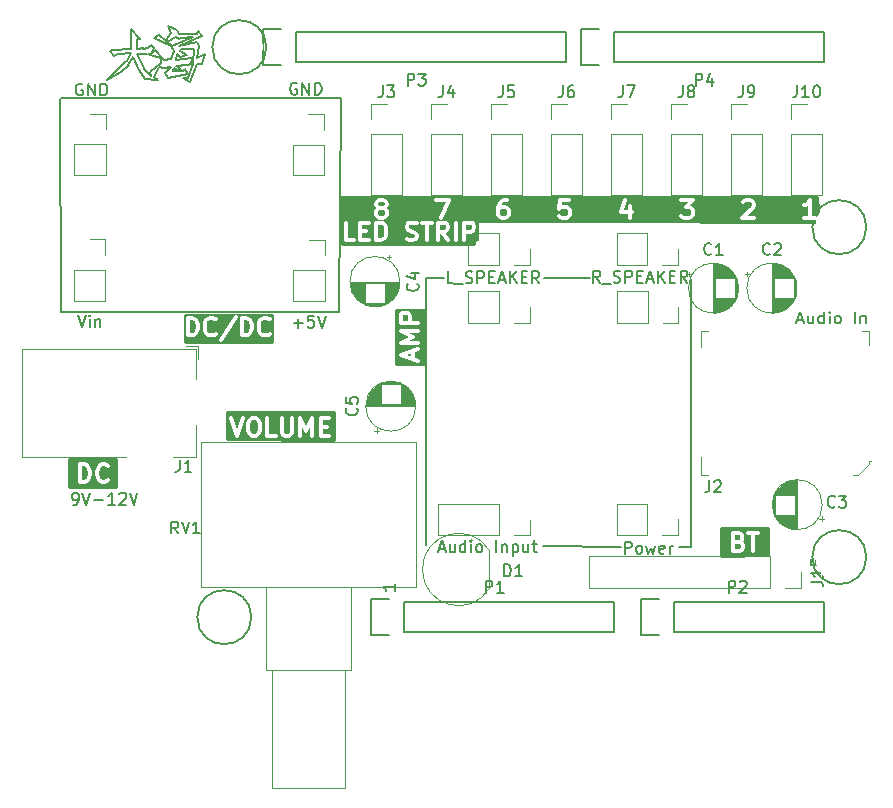
<source format=gbr>
G04 #@! TF.GenerationSoftware,KiCad,Pcbnew,(5.1.2-1)-1*
G04 #@! TF.CreationDate,2019-07-31T09:11:47+08:00*
G04 #@! TF.ProjectId,arduino_fft_led,61726475-696e-46f5-9f66-66745f6c6564,rev?*
G04 #@! TF.SameCoordinates,Original*
G04 #@! TF.FileFunction,Legend,Top*
G04 #@! TF.FilePolarity,Positive*
%FSLAX46Y46*%
G04 Gerber Fmt 4.6, Leading zero omitted, Abs format (unit mm)*
G04 Created by KiCad (PCBNEW (5.1.2-1)-1) date 2019-07-31 09:11:47*
%MOMM*%
%LPD*%
G04 APERTURE LIST*
%ADD10C,0.150000*%
%ADD11C,0.120000*%
%ADD12C,0.100000*%
%ADD13C,0.254000*%
%ADD14C,0.300000*%
%ADD15O,1.727200X2.032000*%
%ADD16C,4.064000*%
%ADD17R,3.500000X3.500000*%
%ADD18C,3.000000*%
%ADD19C,3.500000*%
%ADD20R,2.500000X1.800000*%
%ADD21R,1.800000X2.500000*%
%ADD22C,1.200000*%
%ADD23R,1.700000X1.700000*%
%ADD24O,1.700000X1.700000*%
%ADD25C,2.000000*%
%ADD26R,2.000000X2.000000*%
%ADD27R,1.200000X1.200000*%
%ADD28C,2.340000*%
G04 APERTURE END LIST*
D10*
X163499800Y-117856000D02*
X164414200Y-117856000D01*
X155956000Y-95123000D02*
X152019000Y-95123000D01*
X134823200Y-79857600D02*
X111150400Y-79857600D01*
X134696200Y-98018600D02*
X134823200Y-79857600D01*
X111150400Y-98018600D02*
X134696200Y-98018600D01*
X111099600Y-79933800D02*
X111150400Y-98018600D01*
X142011400Y-95123000D02*
X142011400Y-117729000D01*
X143535400Y-95123000D02*
X142011400Y-95123000D01*
X164465000Y-117856000D02*
X164465000Y-95173800D01*
X151942800Y-117830600D02*
X158521400Y-117881400D01*
X139390380Y-120999285D02*
X139390380Y-121570714D01*
X139390380Y-121285000D02*
X138390380Y-121285000D01*
X138533238Y-121380238D01*
X138628476Y-121475476D01*
X138676095Y-121570714D01*
X140208000Y-125095000D02*
X157988000Y-125095000D01*
X157988000Y-125095000D02*
X157988000Y-122555000D01*
X157988000Y-122555000D02*
X140208000Y-122555000D01*
X137388000Y-125375000D02*
X138938000Y-125375000D01*
X140208000Y-125095000D02*
X140208000Y-122555000D01*
X138938000Y-122275000D02*
X137388000Y-122275000D01*
X137388000Y-122275000D02*
X137388000Y-125375000D01*
X163068000Y-125095000D02*
X175768000Y-125095000D01*
X175768000Y-125095000D02*
X175768000Y-122555000D01*
X175768000Y-122555000D02*
X163068000Y-122555000D01*
X160248000Y-125375000D02*
X161798000Y-125375000D01*
X163068000Y-125095000D02*
X163068000Y-122555000D01*
X161798000Y-122275000D02*
X160248000Y-122275000D01*
X160248000Y-122275000D02*
X160248000Y-125375000D01*
X131064000Y-76835000D02*
X153924000Y-76835000D01*
X153924000Y-76835000D02*
X153924000Y-74295000D01*
X153924000Y-74295000D02*
X131064000Y-74295000D01*
X128244000Y-77115000D02*
X129794000Y-77115000D01*
X131064000Y-76835000D02*
X131064000Y-74295000D01*
X129794000Y-74015000D02*
X128244000Y-74015000D01*
X128244000Y-74015000D02*
X128244000Y-77115000D01*
X157988000Y-76835000D02*
X175768000Y-76835000D01*
X175768000Y-76835000D02*
X175768000Y-74295000D01*
X175768000Y-74295000D02*
X157988000Y-74295000D01*
X155168000Y-77115000D02*
X156718000Y-77115000D01*
X157988000Y-76835000D02*
X157988000Y-74295000D01*
X156718000Y-74015000D02*
X155168000Y-74015000D01*
X155168000Y-74015000D02*
X155168000Y-77115000D01*
X127254000Y-123825000D02*
G75*
G03X127254000Y-123825000I-2286000J0D01*
G01*
X179324000Y-118745000D02*
G75*
G03X179324000Y-118745000I-2286000J0D01*
G01*
X128524000Y-75565000D02*
G75*
G03X128524000Y-75565000I-2286000J0D01*
G01*
X179324000Y-90805000D02*
G75*
G03X179324000Y-90805000I-2286000J0D01*
G01*
D11*
X122740600Y-101939400D02*
X122740600Y-100889400D01*
X121690600Y-100889400D02*
X122740600Y-100889400D01*
X116640600Y-110289400D02*
X107840600Y-110289400D01*
X107840600Y-110289400D02*
X107840600Y-101089400D01*
X122540600Y-107589400D02*
X122540600Y-110289400D01*
X122540600Y-110289400D02*
X120640600Y-110289400D01*
X107840600Y-101089400D02*
X122540600Y-101089400D01*
X122540600Y-101089400D02*
X122540600Y-103689400D01*
D12*
X178922600Y-99589400D02*
X179522600Y-99589400D01*
X179522600Y-99589400D02*
X179522600Y-100789400D01*
X165922600Y-99589400D02*
X165322600Y-99589400D01*
X165322600Y-99589400D02*
X165322600Y-100989400D01*
X165922600Y-111789400D02*
X165322600Y-111789400D01*
X165322600Y-111789400D02*
X165322600Y-110289400D01*
X178222600Y-111789400D02*
X178622600Y-111789400D01*
X178622600Y-111789400D02*
X179522600Y-110889400D01*
X179522600Y-110889400D02*
X179522600Y-110589400D01*
X179522600Y-110589400D02*
X179722600Y-110589400D01*
D11*
X137379400Y-88096400D02*
X140039400Y-88096400D01*
X137379400Y-82956400D02*
X137379400Y-88096400D01*
X140039400Y-82956400D02*
X140039400Y-88096400D01*
X137379400Y-82956400D02*
X140039400Y-82956400D01*
X137379400Y-81686400D02*
X137379400Y-80356400D01*
X137379400Y-80356400D02*
X138709400Y-80356400D01*
X142459400Y-80356400D02*
X143789400Y-80356400D01*
X142459400Y-81686400D02*
X142459400Y-80356400D01*
X142459400Y-82956400D02*
X145119400Y-82956400D01*
X145119400Y-82956400D02*
X145119400Y-88096400D01*
X142459400Y-82956400D02*
X142459400Y-88096400D01*
X142459400Y-88096400D02*
X145119400Y-88096400D01*
X147539400Y-88096400D02*
X150199400Y-88096400D01*
X147539400Y-82956400D02*
X147539400Y-88096400D01*
X150199400Y-82956400D02*
X150199400Y-88096400D01*
X147539400Y-82956400D02*
X150199400Y-82956400D01*
X147539400Y-81686400D02*
X147539400Y-80356400D01*
X147539400Y-80356400D02*
X148869400Y-80356400D01*
X152619400Y-80356400D02*
X153949400Y-80356400D01*
X152619400Y-81686400D02*
X152619400Y-80356400D01*
X152619400Y-82956400D02*
X155279400Y-82956400D01*
X155279400Y-82956400D02*
X155279400Y-88096400D01*
X152619400Y-82956400D02*
X152619400Y-88096400D01*
X152619400Y-88096400D02*
X155279400Y-88096400D01*
X157699400Y-88096400D02*
X160359400Y-88096400D01*
X157699400Y-82956400D02*
X157699400Y-88096400D01*
X160359400Y-82956400D02*
X160359400Y-88096400D01*
X157699400Y-82956400D02*
X160359400Y-82956400D01*
X157699400Y-81686400D02*
X157699400Y-80356400D01*
X157699400Y-80356400D02*
X159029400Y-80356400D01*
X162779400Y-80356400D02*
X164109400Y-80356400D01*
X162779400Y-81686400D02*
X162779400Y-80356400D01*
X162779400Y-82956400D02*
X165439400Y-82956400D01*
X165439400Y-82956400D02*
X165439400Y-88096400D01*
X162779400Y-82956400D02*
X162779400Y-88096400D01*
X162779400Y-88096400D02*
X165439400Y-88096400D01*
X167859400Y-88096400D02*
X170519400Y-88096400D01*
X167859400Y-82956400D02*
X167859400Y-88096400D01*
X170519400Y-82956400D02*
X170519400Y-88096400D01*
X167859400Y-82956400D02*
X170519400Y-82956400D01*
X167859400Y-81686400D02*
X167859400Y-80356400D01*
X167859400Y-80356400D02*
X169189400Y-80356400D01*
X172939400Y-80356400D02*
X174269400Y-80356400D01*
X172939400Y-81686400D02*
X172939400Y-80356400D01*
X172939400Y-82956400D02*
X175599400Y-82956400D01*
X175599400Y-82956400D02*
X175599400Y-88096400D01*
X172939400Y-82956400D02*
X172939400Y-88096400D01*
X172939400Y-88096400D02*
X175599400Y-88096400D01*
D12*
X147415400Y-121386400D02*
X147415400Y-118176400D01*
X147417118Y-121393611D02*
G75*
G02X147415400Y-118176400I-2611718J1607211D01*
G01*
D11*
X164309599Y-94566200D02*
X164309599Y-94966200D01*
X164109599Y-94766200D02*
X164509599Y-94766200D01*
X168460400Y-95591200D02*
X168460400Y-96331200D01*
X168420400Y-95424200D02*
X168420400Y-96498200D01*
X168380400Y-95297200D02*
X168380400Y-96625200D01*
X168340400Y-95193200D02*
X168340400Y-96729200D01*
X168300400Y-95102200D02*
X168300400Y-96820200D01*
X168260400Y-95021200D02*
X168260400Y-96901200D01*
X168220400Y-94948200D02*
X168220400Y-96974200D01*
X168180400Y-96801200D02*
X168180400Y-97041200D01*
X168180400Y-94881200D02*
X168180400Y-95121200D01*
X168140400Y-96801200D02*
X168140400Y-97103200D01*
X168140400Y-94819200D02*
X168140400Y-95121200D01*
X168100400Y-96801200D02*
X168100400Y-97161200D01*
X168100400Y-94761200D02*
X168100400Y-95121200D01*
X168060400Y-96801200D02*
X168060400Y-97215200D01*
X168060400Y-94707200D02*
X168060400Y-95121200D01*
X168020400Y-96801200D02*
X168020400Y-97265200D01*
X168020400Y-94657200D02*
X168020400Y-95121200D01*
X167980400Y-96801200D02*
X167980400Y-97312200D01*
X167980400Y-94610200D02*
X167980400Y-95121200D01*
X167940400Y-96801200D02*
X167940400Y-97357200D01*
X167940400Y-94565200D02*
X167940400Y-95121200D01*
X167900400Y-96801200D02*
X167900400Y-97399200D01*
X167900400Y-94523200D02*
X167900400Y-95121200D01*
X167860400Y-96801200D02*
X167860400Y-97439200D01*
X167860400Y-94483200D02*
X167860400Y-95121200D01*
X167820400Y-96801200D02*
X167820400Y-97477200D01*
X167820400Y-94445200D02*
X167820400Y-95121200D01*
X167780400Y-96801200D02*
X167780400Y-97513200D01*
X167780400Y-94409200D02*
X167780400Y-95121200D01*
X167740400Y-96801200D02*
X167740400Y-97548200D01*
X167740400Y-94374200D02*
X167740400Y-95121200D01*
X167700400Y-96801200D02*
X167700400Y-97580200D01*
X167700400Y-94342200D02*
X167700400Y-95121200D01*
X167660400Y-96801200D02*
X167660400Y-97611200D01*
X167660400Y-94311200D02*
X167660400Y-95121200D01*
X167620400Y-96801200D02*
X167620400Y-97641200D01*
X167620400Y-94281200D02*
X167620400Y-95121200D01*
X167580400Y-96801200D02*
X167580400Y-97669200D01*
X167580400Y-94253200D02*
X167580400Y-95121200D01*
X167540400Y-96801200D02*
X167540400Y-97696200D01*
X167540400Y-94226200D02*
X167540400Y-95121200D01*
X167500400Y-96801200D02*
X167500400Y-97721200D01*
X167500400Y-94201200D02*
X167500400Y-95121200D01*
X167460400Y-96801200D02*
X167460400Y-97746200D01*
X167460400Y-94176200D02*
X167460400Y-95121200D01*
X167420400Y-96801200D02*
X167420400Y-97769200D01*
X167420400Y-94153200D02*
X167420400Y-95121200D01*
X167380400Y-96801200D02*
X167380400Y-97791200D01*
X167380400Y-94131200D02*
X167380400Y-95121200D01*
X167340400Y-96801200D02*
X167340400Y-97812200D01*
X167340400Y-94110200D02*
X167340400Y-95121200D01*
X167300400Y-96801200D02*
X167300400Y-97831200D01*
X167300400Y-94091200D02*
X167300400Y-95121200D01*
X167260400Y-96801200D02*
X167260400Y-97850200D01*
X167260400Y-94072200D02*
X167260400Y-95121200D01*
X167220400Y-96801200D02*
X167220400Y-97868200D01*
X167220400Y-94054200D02*
X167220400Y-95121200D01*
X167180400Y-96801200D02*
X167180400Y-97885200D01*
X167180400Y-94037200D02*
X167180400Y-95121200D01*
X167140400Y-96801200D02*
X167140400Y-97901200D01*
X167140400Y-94021200D02*
X167140400Y-95121200D01*
X167100400Y-96801200D02*
X167100400Y-97915200D01*
X167100400Y-94007200D02*
X167100400Y-95121200D01*
X167059400Y-96801200D02*
X167059400Y-97929200D01*
X167059400Y-93993200D02*
X167059400Y-95121200D01*
X167019400Y-96801200D02*
X167019400Y-97943200D01*
X167019400Y-93979200D02*
X167019400Y-95121200D01*
X166979400Y-96801200D02*
X166979400Y-97955200D01*
X166979400Y-93967200D02*
X166979400Y-95121200D01*
X166939400Y-96801200D02*
X166939400Y-97966200D01*
X166939400Y-93956200D02*
X166939400Y-95121200D01*
X166899400Y-96801200D02*
X166899400Y-97977200D01*
X166899400Y-93945200D02*
X166899400Y-95121200D01*
X166859400Y-96801200D02*
X166859400Y-97986200D01*
X166859400Y-93936200D02*
X166859400Y-95121200D01*
X166819400Y-96801200D02*
X166819400Y-97995200D01*
X166819400Y-93927200D02*
X166819400Y-95121200D01*
X166779400Y-96801200D02*
X166779400Y-98003200D01*
X166779400Y-93919200D02*
X166779400Y-95121200D01*
X166739400Y-96801200D02*
X166739400Y-98011200D01*
X166739400Y-93911200D02*
X166739400Y-95121200D01*
X166699400Y-96801200D02*
X166699400Y-98017200D01*
X166699400Y-93905200D02*
X166699400Y-95121200D01*
X166659400Y-96801200D02*
X166659400Y-98023200D01*
X166659400Y-93899200D02*
X166659400Y-95121200D01*
X166619400Y-96801200D02*
X166619400Y-98028200D01*
X166619400Y-93894200D02*
X166619400Y-95121200D01*
X166579400Y-96801200D02*
X166579400Y-98032200D01*
X166579400Y-93890200D02*
X166579400Y-95121200D01*
X166539400Y-93887200D02*
X166539400Y-98035200D01*
X166499400Y-93884200D02*
X166499400Y-98038200D01*
X166459400Y-93882200D02*
X166459400Y-98040200D01*
X166419400Y-93881200D02*
X166419400Y-98041200D01*
X166379400Y-93881200D02*
X166379400Y-98041200D01*
X168499400Y-95961200D02*
G75*
G03X168499400Y-95961200I-2120000J0D01*
G01*
X173452400Y-95961200D02*
G75*
G03X173452400Y-95961200I-2120000J0D01*
G01*
X171332400Y-93881200D02*
X171332400Y-98041200D01*
X171372400Y-93881200D02*
X171372400Y-98041200D01*
X171412400Y-93882200D02*
X171412400Y-98040200D01*
X171452400Y-93884200D02*
X171452400Y-98038200D01*
X171492400Y-93887200D02*
X171492400Y-98035200D01*
X171532400Y-93890200D02*
X171532400Y-95121200D01*
X171532400Y-96801200D02*
X171532400Y-98032200D01*
X171572400Y-93894200D02*
X171572400Y-95121200D01*
X171572400Y-96801200D02*
X171572400Y-98028200D01*
X171612400Y-93899200D02*
X171612400Y-95121200D01*
X171612400Y-96801200D02*
X171612400Y-98023200D01*
X171652400Y-93905200D02*
X171652400Y-95121200D01*
X171652400Y-96801200D02*
X171652400Y-98017200D01*
X171692400Y-93911200D02*
X171692400Y-95121200D01*
X171692400Y-96801200D02*
X171692400Y-98011200D01*
X171732400Y-93919200D02*
X171732400Y-95121200D01*
X171732400Y-96801200D02*
X171732400Y-98003200D01*
X171772400Y-93927200D02*
X171772400Y-95121200D01*
X171772400Y-96801200D02*
X171772400Y-97995200D01*
X171812400Y-93936200D02*
X171812400Y-95121200D01*
X171812400Y-96801200D02*
X171812400Y-97986200D01*
X171852400Y-93945200D02*
X171852400Y-95121200D01*
X171852400Y-96801200D02*
X171852400Y-97977200D01*
X171892400Y-93956200D02*
X171892400Y-95121200D01*
X171892400Y-96801200D02*
X171892400Y-97966200D01*
X171932400Y-93967200D02*
X171932400Y-95121200D01*
X171932400Y-96801200D02*
X171932400Y-97955200D01*
X171972400Y-93979200D02*
X171972400Y-95121200D01*
X171972400Y-96801200D02*
X171972400Y-97943200D01*
X172012400Y-93993200D02*
X172012400Y-95121200D01*
X172012400Y-96801200D02*
X172012400Y-97929200D01*
X172053400Y-94007200D02*
X172053400Y-95121200D01*
X172053400Y-96801200D02*
X172053400Y-97915200D01*
X172093400Y-94021200D02*
X172093400Y-95121200D01*
X172093400Y-96801200D02*
X172093400Y-97901200D01*
X172133400Y-94037200D02*
X172133400Y-95121200D01*
X172133400Y-96801200D02*
X172133400Y-97885200D01*
X172173400Y-94054200D02*
X172173400Y-95121200D01*
X172173400Y-96801200D02*
X172173400Y-97868200D01*
X172213400Y-94072200D02*
X172213400Y-95121200D01*
X172213400Y-96801200D02*
X172213400Y-97850200D01*
X172253400Y-94091200D02*
X172253400Y-95121200D01*
X172253400Y-96801200D02*
X172253400Y-97831200D01*
X172293400Y-94110200D02*
X172293400Y-95121200D01*
X172293400Y-96801200D02*
X172293400Y-97812200D01*
X172333400Y-94131200D02*
X172333400Y-95121200D01*
X172333400Y-96801200D02*
X172333400Y-97791200D01*
X172373400Y-94153200D02*
X172373400Y-95121200D01*
X172373400Y-96801200D02*
X172373400Y-97769200D01*
X172413400Y-94176200D02*
X172413400Y-95121200D01*
X172413400Y-96801200D02*
X172413400Y-97746200D01*
X172453400Y-94201200D02*
X172453400Y-95121200D01*
X172453400Y-96801200D02*
X172453400Y-97721200D01*
X172493400Y-94226200D02*
X172493400Y-95121200D01*
X172493400Y-96801200D02*
X172493400Y-97696200D01*
X172533400Y-94253200D02*
X172533400Y-95121200D01*
X172533400Y-96801200D02*
X172533400Y-97669200D01*
X172573400Y-94281200D02*
X172573400Y-95121200D01*
X172573400Y-96801200D02*
X172573400Y-97641200D01*
X172613400Y-94311200D02*
X172613400Y-95121200D01*
X172613400Y-96801200D02*
X172613400Y-97611200D01*
X172653400Y-94342200D02*
X172653400Y-95121200D01*
X172653400Y-96801200D02*
X172653400Y-97580200D01*
X172693400Y-94374200D02*
X172693400Y-95121200D01*
X172693400Y-96801200D02*
X172693400Y-97548200D01*
X172733400Y-94409200D02*
X172733400Y-95121200D01*
X172733400Y-96801200D02*
X172733400Y-97513200D01*
X172773400Y-94445200D02*
X172773400Y-95121200D01*
X172773400Y-96801200D02*
X172773400Y-97477200D01*
X172813400Y-94483200D02*
X172813400Y-95121200D01*
X172813400Y-96801200D02*
X172813400Y-97439200D01*
X172853400Y-94523200D02*
X172853400Y-95121200D01*
X172853400Y-96801200D02*
X172853400Y-97399200D01*
X172893400Y-94565200D02*
X172893400Y-95121200D01*
X172893400Y-96801200D02*
X172893400Y-97357200D01*
X172933400Y-94610200D02*
X172933400Y-95121200D01*
X172933400Y-96801200D02*
X172933400Y-97312200D01*
X172973400Y-94657200D02*
X172973400Y-95121200D01*
X172973400Y-96801200D02*
X172973400Y-97265200D01*
X173013400Y-94707200D02*
X173013400Y-95121200D01*
X173013400Y-96801200D02*
X173013400Y-97215200D01*
X173053400Y-94761200D02*
X173053400Y-95121200D01*
X173053400Y-96801200D02*
X173053400Y-97161200D01*
X173093400Y-94819200D02*
X173093400Y-95121200D01*
X173093400Y-96801200D02*
X173093400Y-97103200D01*
X173133400Y-94881200D02*
X173133400Y-95121200D01*
X173133400Y-96801200D02*
X173133400Y-97041200D01*
X173173400Y-94948200D02*
X173173400Y-96974200D01*
X173213400Y-95021200D02*
X173213400Y-96901200D01*
X173253400Y-95102200D02*
X173253400Y-96820200D01*
X173293400Y-95193200D02*
X173293400Y-96729200D01*
X173333400Y-95297200D02*
X173333400Y-96625200D01*
X173373400Y-95424200D02*
X173373400Y-96498200D01*
X173413400Y-95591200D02*
X173413400Y-96331200D01*
X169062599Y-94766200D02*
X169462599Y-94766200D01*
X169262599Y-94566200D02*
X169262599Y-94966200D01*
X175592600Y-114300000D02*
G75*
G03X175592600Y-114300000I-2120000J0D01*
G01*
X173472600Y-116380000D02*
X173472600Y-112220000D01*
X173432600Y-116380000D02*
X173432600Y-112220000D01*
X173392600Y-116379000D02*
X173392600Y-112221000D01*
X173352600Y-116377000D02*
X173352600Y-112223000D01*
X173312600Y-116374000D02*
X173312600Y-112226000D01*
X173272600Y-116371000D02*
X173272600Y-115140000D01*
X173272600Y-113460000D02*
X173272600Y-112229000D01*
X173232600Y-116367000D02*
X173232600Y-115140000D01*
X173232600Y-113460000D02*
X173232600Y-112233000D01*
X173192600Y-116362000D02*
X173192600Y-115140000D01*
X173192600Y-113460000D02*
X173192600Y-112238000D01*
X173152600Y-116356000D02*
X173152600Y-115140000D01*
X173152600Y-113460000D02*
X173152600Y-112244000D01*
X173112600Y-116350000D02*
X173112600Y-115140000D01*
X173112600Y-113460000D02*
X173112600Y-112250000D01*
X173072600Y-116342000D02*
X173072600Y-115140000D01*
X173072600Y-113460000D02*
X173072600Y-112258000D01*
X173032600Y-116334000D02*
X173032600Y-115140000D01*
X173032600Y-113460000D02*
X173032600Y-112266000D01*
X172992600Y-116325000D02*
X172992600Y-115140000D01*
X172992600Y-113460000D02*
X172992600Y-112275000D01*
X172952600Y-116316000D02*
X172952600Y-115140000D01*
X172952600Y-113460000D02*
X172952600Y-112284000D01*
X172912600Y-116305000D02*
X172912600Y-115140000D01*
X172912600Y-113460000D02*
X172912600Y-112295000D01*
X172872600Y-116294000D02*
X172872600Y-115140000D01*
X172872600Y-113460000D02*
X172872600Y-112306000D01*
X172832600Y-116282000D02*
X172832600Y-115140000D01*
X172832600Y-113460000D02*
X172832600Y-112318000D01*
X172792600Y-116268000D02*
X172792600Y-115140000D01*
X172792600Y-113460000D02*
X172792600Y-112332000D01*
X172751600Y-116254000D02*
X172751600Y-115140000D01*
X172751600Y-113460000D02*
X172751600Y-112346000D01*
X172711600Y-116240000D02*
X172711600Y-115140000D01*
X172711600Y-113460000D02*
X172711600Y-112360000D01*
X172671600Y-116224000D02*
X172671600Y-115140000D01*
X172671600Y-113460000D02*
X172671600Y-112376000D01*
X172631600Y-116207000D02*
X172631600Y-115140000D01*
X172631600Y-113460000D02*
X172631600Y-112393000D01*
X172591600Y-116189000D02*
X172591600Y-115140000D01*
X172591600Y-113460000D02*
X172591600Y-112411000D01*
X172551600Y-116170000D02*
X172551600Y-115140000D01*
X172551600Y-113460000D02*
X172551600Y-112430000D01*
X172511600Y-116151000D02*
X172511600Y-115140000D01*
X172511600Y-113460000D02*
X172511600Y-112449000D01*
X172471600Y-116130000D02*
X172471600Y-115140000D01*
X172471600Y-113460000D02*
X172471600Y-112470000D01*
X172431600Y-116108000D02*
X172431600Y-115140000D01*
X172431600Y-113460000D02*
X172431600Y-112492000D01*
X172391600Y-116085000D02*
X172391600Y-115140000D01*
X172391600Y-113460000D02*
X172391600Y-112515000D01*
X172351600Y-116060000D02*
X172351600Y-115140000D01*
X172351600Y-113460000D02*
X172351600Y-112540000D01*
X172311600Y-116035000D02*
X172311600Y-115140000D01*
X172311600Y-113460000D02*
X172311600Y-112565000D01*
X172271600Y-116008000D02*
X172271600Y-115140000D01*
X172271600Y-113460000D02*
X172271600Y-112592000D01*
X172231600Y-115980000D02*
X172231600Y-115140000D01*
X172231600Y-113460000D02*
X172231600Y-112620000D01*
X172191600Y-115950000D02*
X172191600Y-115140000D01*
X172191600Y-113460000D02*
X172191600Y-112650000D01*
X172151600Y-115919000D02*
X172151600Y-115140000D01*
X172151600Y-113460000D02*
X172151600Y-112681000D01*
X172111600Y-115887000D02*
X172111600Y-115140000D01*
X172111600Y-113460000D02*
X172111600Y-112713000D01*
X172071600Y-115852000D02*
X172071600Y-115140000D01*
X172071600Y-113460000D02*
X172071600Y-112748000D01*
X172031600Y-115816000D02*
X172031600Y-115140000D01*
X172031600Y-113460000D02*
X172031600Y-112784000D01*
X171991600Y-115778000D02*
X171991600Y-115140000D01*
X171991600Y-113460000D02*
X171991600Y-112822000D01*
X171951600Y-115738000D02*
X171951600Y-115140000D01*
X171951600Y-113460000D02*
X171951600Y-112862000D01*
X171911600Y-115696000D02*
X171911600Y-115140000D01*
X171911600Y-113460000D02*
X171911600Y-112904000D01*
X171871600Y-115651000D02*
X171871600Y-115140000D01*
X171871600Y-113460000D02*
X171871600Y-112949000D01*
X171831600Y-115604000D02*
X171831600Y-115140000D01*
X171831600Y-113460000D02*
X171831600Y-112996000D01*
X171791600Y-115554000D02*
X171791600Y-115140000D01*
X171791600Y-113460000D02*
X171791600Y-113046000D01*
X171751600Y-115500000D02*
X171751600Y-115140000D01*
X171751600Y-113460000D02*
X171751600Y-113100000D01*
X171711600Y-115442000D02*
X171711600Y-115140000D01*
X171711600Y-113460000D02*
X171711600Y-113158000D01*
X171671600Y-115380000D02*
X171671600Y-115140000D01*
X171671600Y-113460000D02*
X171671600Y-113220000D01*
X171631600Y-115313000D02*
X171631600Y-113287000D01*
X171591600Y-115240000D02*
X171591600Y-113360000D01*
X171551600Y-115159000D02*
X171551600Y-113441000D01*
X171511600Y-115068000D02*
X171511600Y-113532000D01*
X171471600Y-114964000D02*
X171471600Y-113636000D01*
X171431600Y-114837000D02*
X171431600Y-113763000D01*
X171391600Y-114670000D02*
X171391600Y-113930000D01*
X175742401Y-115495000D02*
X175342401Y-115495000D01*
X175542401Y-115695000D02*
X175542401Y-115295000D01*
X139838800Y-95411800D02*
G75*
G03X139838800Y-95411800I-2120000J0D01*
G01*
X139798800Y-95411800D02*
X135638800Y-95411800D01*
X139798800Y-95451800D02*
X135638800Y-95451800D01*
X139797800Y-95491800D02*
X135639800Y-95491800D01*
X139795800Y-95531800D02*
X135641800Y-95531800D01*
X139792800Y-95571800D02*
X135644800Y-95571800D01*
X139789800Y-95611800D02*
X138558800Y-95611800D01*
X136878800Y-95611800D02*
X135647800Y-95611800D01*
X139785800Y-95651800D02*
X138558800Y-95651800D01*
X136878800Y-95651800D02*
X135651800Y-95651800D01*
X139780800Y-95691800D02*
X138558800Y-95691800D01*
X136878800Y-95691800D02*
X135656800Y-95691800D01*
X139774800Y-95731800D02*
X138558800Y-95731800D01*
X136878800Y-95731800D02*
X135662800Y-95731800D01*
X139768800Y-95771800D02*
X138558800Y-95771800D01*
X136878800Y-95771800D02*
X135668800Y-95771800D01*
X139760800Y-95811800D02*
X138558800Y-95811800D01*
X136878800Y-95811800D02*
X135676800Y-95811800D01*
X139752800Y-95851800D02*
X138558800Y-95851800D01*
X136878800Y-95851800D02*
X135684800Y-95851800D01*
X139743800Y-95891800D02*
X138558800Y-95891800D01*
X136878800Y-95891800D02*
X135693800Y-95891800D01*
X139734800Y-95931800D02*
X138558800Y-95931800D01*
X136878800Y-95931800D02*
X135702800Y-95931800D01*
X139723800Y-95971800D02*
X138558800Y-95971800D01*
X136878800Y-95971800D02*
X135713800Y-95971800D01*
X139712800Y-96011800D02*
X138558800Y-96011800D01*
X136878800Y-96011800D02*
X135724800Y-96011800D01*
X139700800Y-96051800D02*
X138558800Y-96051800D01*
X136878800Y-96051800D02*
X135736800Y-96051800D01*
X139686800Y-96091800D02*
X138558800Y-96091800D01*
X136878800Y-96091800D02*
X135750800Y-96091800D01*
X139672800Y-96132800D02*
X138558800Y-96132800D01*
X136878800Y-96132800D02*
X135764800Y-96132800D01*
X139658800Y-96172800D02*
X138558800Y-96172800D01*
X136878800Y-96172800D02*
X135778800Y-96172800D01*
X139642800Y-96212800D02*
X138558800Y-96212800D01*
X136878800Y-96212800D02*
X135794800Y-96212800D01*
X139625800Y-96252800D02*
X138558800Y-96252800D01*
X136878800Y-96252800D02*
X135811800Y-96252800D01*
X139607800Y-96292800D02*
X138558800Y-96292800D01*
X136878800Y-96292800D02*
X135829800Y-96292800D01*
X139588800Y-96332800D02*
X138558800Y-96332800D01*
X136878800Y-96332800D02*
X135848800Y-96332800D01*
X139569800Y-96372800D02*
X138558800Y-96372800D01*
X136878800Y-96372800D02*
X135867800Y-96372800D01*
X139548800Y-96412800D02*
X138558800Y-96412800D01*
X136878800Y-96412800D02*
X135888800Y-96412800D01*
X139526800Y-96452800D02*
X138558800Y-96452800D01*
X136878800Y-96452800D02*
X135910800Y-96452800D01*
X139503800Y-96492800D02*
X138558800Y-96492800D01*
X136878800Y-96492800D02*
X135933800Y-96492800D01*
X139478800Y-96532800D02*
X138558800Y-96532800D01*
X136878800Y-96532800D02*
X135958800Y-96532800D01*
X139453800Y-96572800D02*
X138558800Y-96572800D01*
X136878800Y-96572800D02*
X135983800Y-96572800D01*
X139426800Y-96612800D02*
X138558800Y-96612800D01*
X136878800Y-96612800D02*
X136010800Y-96612800D01*
X139398800Y-96652800D02*
X138558800Y-96652800D01*
X136878800Y-96652800D02*
X136038800Y-96652800D01*
X139368800Y-96692800D02*
X138558800Y-96692800D01*
X136878800Y-96692800D02*
X136068800Y-96692800D01*
X139337800Y-96732800D02*
X138558800Y-96732800D01*
X136878800Y-96732800D02*
X136099800Y-96732800D01*
X139305800Y-96772800D02*
X138558800Y-96772800D01*
X136878800Y-96772800D02*
X136131800Y-96772800D01*
X139270800Y-96812800D02*
X138558800Y-96812800D01*
X136878800Y-96812800D02*
X136166800Y-96812800D01*
X139234800Y-96852800D02*
X138558800Y-96852800D01*
X136878800Y-96852800D02*
X136202800Y-96852800D01*
X139196800Y-96892800D02*
X138558800Y-96892800D01*
X136878800Y-96892800D02*
X136240800Y-96892800D01*
X139156800Y-96932800D02*
X138558800Y-96932800D01*
X136878800Y-96932800D02*
X136280800Y-96932800D01*
X139114800Y-96972800D02*
X138558800Y-96972800D01*
X136878800Y-96972800D02*
X136322800Y-96972800D01*
X139069800Y-97012800D02*
X138558800Y-97012800D01*
X136878800Y-97012800D02*
X136367800Y-97012800D01*
X139022800Y-97052800D02*
X138558800Y-97052800D01*
X136878800Y-97052800D02*
X136414800Y-97052800D01*
X138972800Y-97092800D02*
X138558800Y-97092800D01*
X136878800Y-97092800D02*
X136464800Y-97092800D01*
X138918800Y-97132800D02*
X138558800Y-97132800D01*
X136878800Y-97132800D02*
X136518800Y-97132800D01*
X138860800Y-97172800D02*
X138558800Y-97172800D01*
X136878800Y-97172800D02*
X136576800Y-97172800D01*
X138798800Y-97212800D02*
X138558800Y-97212800D01*
X136878800Y-97212800D02*
X136638800Y-97212800D01*
X138731800Y-97252800D02*
X136705800Y-97252800D01*
X138658800Y-97292800D02*
X136778800Y-97292800D01*
X138577800Y-97332800D02*
X136859800Y-97332800D01*
X138486800Y-97372800D02*
X136950800Y-97372800D01*
X138382800Y-97412800D02*
X137054800Y-97412800D01*
X138255800Y-97452800D02*
X137181800Y-97452800D01*
X138088800Y-97492800D02*
X137348800Y-97492800D01*
X138913800Y-93141999D02*
X138913800Y-93541999D01*
X139113800Y-93341999D02*
X138713800Y-93341999D01*
X137670000Y-108029201D02*
X138070000Y-108029201D01*
X137870000Y-108229201D02*
X137870000Y-107829201D01*
X138695000Y-103878400D02*
X139435000Y-103878400D01*
X138528000Y-103918400D02*
X139602000Y-103918400D01*
X138401000Y-103958400D02*
X139729000Y-103958400D01*
X138297000Y-103998400D02*
X139833000Y-103998400D01*
X138206000Y-104038400D02*
X139924000Y-104038400D01*
X138125000Y-104078400D02*
X140005000Y-104078400D01*
X138052000Y-104118400D02*
X140078000Y-104118400D01*
X139905000Y-104158400D02*
X140145000Y-104158400D01*
X137985000Y-104158400D02*
X138225000Y-104158400D01*
X139905000Y-104198400D02*
X140207000Y-104198400D01*
X137923000Y-104198400D02*
X138225000Y-104198400D01*
X139905000Y-104238400D02*
X140265000Y-104238400D01*
X137865000Y-104238400D02*
X138225000Y-104238400D01*
X139905000Y-104278400D02*
X140319000Y-104278400D01*
X137811000Y-104278400D02*
X138225000Y-104278400D01*
X139905000Y-104318400D02*
X140369000Y-104318400D01*
X137761000Y-104318400D02*
X138225000Y-104318400D01*
X139905000Y-104358400D02*
X140416000Y-104358400D01*
X137714000Y-104358400D02*
X138225000Y-104358400D01*
X139905000Y-104398400D02*
X140461000Y-104398400D01*
X137669000Y-104398400D02*
X138225000Y-104398400D01*
X139905000Y-104438400D02*
X140503000Y-104438400D01*
X137627000Y-104438400D02*
X138225000Y-104438400D01*
X139905000Y-104478400D02*
X140543000Y-104478400D01*
X137587000Y-104478400D02*
X138225000Y-104478400D01*
X139905000Y-104518400D02*
X140581000Y-104518400D01*
X137549000Y-104518400D02*
X138225000Y-104518400D01*
X139905000Y-104558400D02*
X140617000Y-104558400D01*
X137513000Y-104558400D02*
X138225000Y-104558400D01*
X139905000Y-104598400D02*
X140652000Y-104598400D01*
X137478000Y-104598400D02*
X138225000Y-104598400D01*
X139905000Y-104638400D02*
X140684000Y-104638400D01*
X137446000Y-104638400D02*
X138225000Y-104638400D01*
X139905000Y-104678400D02*
X140715000Y-104678400D01*
X137415000Y-104678400D02*
X138225000Y-104678400D01*
X139905000Y-104718400D02*
X140745000Y-104718400D01*
X137385000Y-104718400D02*
X138225000Y-104718400D01*
X139905000Y-104758400D02*
X140773000Y-104758400D01*
X137357000Y-104758400D02*
X138225000Y-104758400D01*
X139905000Y-104798400D02*
X140800000Y-104798400D01*
X137330000Y-104798400D02*
X138225000Y-104798400D01*
X139905000Y-104838400D02*
X140825000Y-104838400D01*
X137305000Y-104838400D02*
X138225000Y-104838400D01*
X139905000Y-104878400D02*
X140850000Y-104878400D01*
X137280000Y-104878400D02*
X138225000Y-104878400D01*
X139905000Y-104918400D02*
X140873000Y-104918400D01*
X137257000Y-104918400D02*
X138225000Y-104918400D01*
X139905000Y-104958400D02*
X140895000Y-104958400D01*
X137235000Y-104958400D02*
X138225000Y-104958400D01*
X139905000Y-104998400D02*
X140916000Y-104998400D01*
X137214000Y-104998400D02*
X138225000Y-104998400D01*
X139905000Y-105038400D02*
X140935000Y-105038400D01*
X137195000Y-105038400D02*
X138225000Y-105038400D01*
X139905000Y-105078400D02*
X140954000Y-105078400D01*
X137176000Y-105078400D02*
X138225000Y-105078400D01*
X139905000Y-105118400D02*
X140972000Y-105118400D01*
X137158000Y-105118400D02*
X138225000Y-105118400D01*
X139905000Y-105158400D02*
X140989000Y-105158400D01*
X137141000Y-105158400D02*
X138225000Y-105158400D01*
X139905000Y-105198400D02*
X141005000Y-105198400D01*
X137125000Y-105198400D02*
X138225000Y-105198400D01*
X139905000Y-105238400D02*
X141019000Y-105238400D01*
X137111000Y-105238400D02*
X138225000Y-105238400D01*
X139905000Y-105279400D02*
X141033000Y-105279400D01*
X137097000Y-105279400D02*
X138225000Y-105279400D01*
X139905000Y-105319400D02*
X141047000Y-105319400D01*
X137083000Y-105319400D02*
X138225000Y-105319400D01*
X139905000Y-105359400D02*
X141059000Y-105359400D01*
X137071000Y-105359400D02*
X138225000Y-105359400D01*
X139905000Y-105399400D02*
X141070000Y-105399400D01*
X137060000Y-105399400D02*
X138225000Y-105399400D01*
X139905000Y-105439400D02*
X141081000Y-105439400D01*
X137049000Y-105439400D02*
X138225000Y-105439400D01*
X139905000Y-105479400D02*
X141090000Y-105479400D01*
X137040000Y-105479400D02*
X138225000Y-105479400D01*
X139905000Y-105519400D02*
X141099000Y-105519400D01*
X137031000Y-105519400D02*
X138225000Y-105519400D01*
X139905000Y-105559400D02*
X141107000Y-105559400D01*
X137023000Y-105559400D02*
X138225000Y-105559400D01*
X139905000Y-105599400D02*
X141115000Y-105599400D01*
X137015000Y-105599400D02*
X138225000Y-105599400D01*
X139905000Y-105639400D02*
X141121000Y-105639400D01*
X137009000Y-105639400D02*
X138225000Y-105639400D01*
X139905000Y-105679400D02*
X141127000Y-105679400D01*
X137003000Y-105679400D02*
X138225000Y-105679400D01*
X139905000Y-105719400D02*
X141132000Y-105719400D01*
X136998000Y-105719400D02*
X138225000Y-105719400D01*
X139905000Y-105759400D02*
X141136000Y-105759400D01*
X136994000Y-105759400D02*
X138225000Y-105759400D01*
X136991000Y-105799400D02*
X141139000Y-105799400D01*
X136988000Y-105839400D02*
X141142000Y-105839400D01*
X136986000Y-105879400D02*
X141144000Y-105879400D01*
X136985000Y-105919400D02*
X141145000Y-105919400D01*
X136985000Y-105959400D02*
X141145000Y-105959400D01*
X141185000Y-105959400D02*
G75*
G03X141185000Y-105959400I-2120000J0D01*
G01*
X141171600Y-108953400D02*
X141171600Y-121293400D01*
X123031600Y-108953400D02*
X123031600Y-121293400D01*
X141171600Y-108953400D02*
X123031600Y-108953400D01*
X141171600Y-121293400D02*
X123031600Y-121293400D01*
X135721600Y-121293400D02*
X135721600Y-128293400D01*
X128481600Y-121293400D02*
X128481600Y-128293400D01*
X135721600Y-121293400D02*
X128481600Y-121293400D01*
X135721600Y-128293400D02*
X128481600Y-128293400D01*
X135221600Y-128293400D02*
X135221600Y-138293400D01*
X128980600Y-128293400D02*
X128980600Y-138293400D01*
X135221600Y-128293400D02*
X128980600Y-128293400D01*
X135221600Y-138293400D02*
X128980600Y-138293400D01*
X113563400Y-91837200D02*
X114893400Y-91837200D01*
X114893400Y-91837200D02*
X114893400Y-93167200D01*
X114893400Y-94437200D02*
X114893400Y-97037200D01*
X112233400Y-97037200D02*
X114893400Y-97037200D01*
X112233400Y-94437200D02*
X112233400Y-97037200D01*
X112233400Y-94437200D02*
X114893400Y-94437200D01*
X112258800Y-83794600D02*
X114918800Y-83794600D01*
X112258800Y-83794600D02*
X112258800Y-86394600D01*
X112258800Y-86394600D02*
X114918800Y-86394600D01*
X114918800Y-83794600D02*
X114918800Y-86394600D01*
X114918800Y-81194600D02*
X114918800Y-82524600D01*
X113588800Y-81194600D02*
X114918800Y-81194600D01*
X130800800Y-94462600D02*
X133460800Y-94462600D01*
X130800800Y-94462600D02*
X130800800Y-97062600D01*
X130800800Y-97062600D02*
X133460800Y-97062600D01*
X133460800Y-94462600D02*
X133460800Y-97062600D01*
X133460800Y-91862600D02*
X133460800Y-93192600D01*
X132130800Y-91862600D02*
X133460800Y-91862600D01*
X132080000Y-81220000D02*
X133410000Y-81220000D01*
X133410000Y-81220000D02*
X133410000Y-82550000D01*
X133410000Y-83820000D02*
X133410000Y-86420000D01*
X130750000Y-86420000D02*
X133410000Y-86420000D01*
X130750000Y-83820000D02*
X130750000Y-86420000D01*
X130750000Y-83820000D02*
X133410000Y-83820000D01*
X163382000Y-92659200D02*
X163382000Y-93989200D01*
X163382000Y-93989200D02*
X162052000Y-93989200D01*
X160782000Y-93989200D02*
X158182000Y-93989200D01*
X158182000Y-91329200D02*
X158182000Y-93989200D01*
X160782000Y-91329200D02*
X158182000Y-91329200D01*
X160782000Y-91329200D02*
X160782000Y-93989200D01*
X148234400Y-91329200D02*
X148234400Y-93989200D01*
X148234400Y-91329200D02*
X145634400Y-91329200D01*
X145634400Y-91329200D02*
X145634400Y-93989200D01*
X148234400Y-93989200D02*
X145634400Y-93989200D01*
X150834400Y-93989200D02*
X149504400Y-93989200D01*
X150834400Y-92659200D02*
X150834400Y-93989200D01*
X160807400Y-96231400D02*
X160807400Y-98891400D01*
X160807400Y-96231400D02*
X158207400Y-96231400D01*
X158207400Y-96231400D02*
X158207400Y-98891400D01*
X160807400Y-98891400D02*
X158207400Y-98891400D01*
X163407400Y-98891400D02*
X162077400Y-98891400D01*
X163407400Y-97561400D02*
X163407400Y-98891400D01*
X150834400Y-97561400D02*
X150834400Y-98891400D01*
X150834400Y-98891400D02*
X149504400Y-98891400D01*
X148234400Y-98891400D02*
X145634400Y-98891400D01*
X145634400Y-96231400D02*
X145634400Y-98891400D01*
X148234400Y-96231400D02*
X145634400Y-96231400D01*
X148234400Y-96231400D02*
X148234400Y-98891400D01*
X163382000Y-115544600D02*
X163382000Y-116874600D01*
X163382000Y-116874600D02*
X162052000Y-116874600D01*
X160782000Y-116874600D02*
X158182000Y-116874600D01*
X158182000Y-114214600D02*
X158182000Y-116874600D01*
X160782000Y-114214600D02*
X158182000Y-114214600D01*
X160782000Y-114214600D02*
X160782000Y-116874600D01*
X171170600Y-118685000D02*
X171170600Y-121345000D01*
X171170600Y-118685000D02*
X155870600Y-118685000D01*
X155870600Y-118685000D02*
X155870600Y-121345000D01*
X171170600Y-121345000D02*
X155870600Y-121345000D01*
X173770600Y-121345000D02*
X172440600Y-121345000D01*
X173770600Y-120015000D02*
X173770600Y-121345000D01*
X148234400Y-114240000D02*
X148234400Y-116900000D01*
X148234400Y-114240000D02*
X143094400Y-114240000D01*
X143094400Y-114240000D02*
X143094400Y-116900000D01*
X148234400Y-116900000D02*
X143094400Y-116900000D01*
X150834400Y-116900000D02*
X149504400Y-116900000D01*
X150834400Y-115570000D02*
X150834400Y-116900000D01*
D10*
X116840000Y-77063600D02*
X117221000Y-76403200D01*
X118110000Y-75692000D02*
X118084600Y-75692000D01*
X118516400Y-75666600D02*
X118110000Y-75692000D01*
X118795800Y-75361800D02*
X118516400Y-75666600D01*
X119049800Y-75615800D02*
X118795800Y-75361800D01*
X118795800Y-76174600D02*
X119049800Y-75615800D01*
X118516400Y-76149200D02*
X118795800Y-76174600D01*
X118414800Y-77647800D02*
X118211600Y-77393800D01*
X118745000Y-78003400D02*
X118440200Y-77647800D01*
X118643400Y-77673200D02*
X118745000Y-78003400D01*
X119608600Y-76885800D02*
X118643400Y-77673200D01*
X119583200Y-76504800D02*
X119608600Y-76885800D01*
X118719600Y-76225400D02*
X119583200Y-76504800D01*
X119126000Y-75793600D02*
X118719600Y-76225400D01*
X119837200Y-76657200D02*
X119126000Y-75793600D01*
X120446800Y-76606400D02*
X119837200Y-76657200D01*
X120675400Y-75895200D02*
X120446800Y-76606400D01*
X120599200Y-75717400D02*
X120675400Y-75895200D01*
X120446800Y-75488800D02*
X120599200Y-75717400D01*
X119049800Y-74803000D02*
X120446800Y-75488800D01*
X119481600Y-74574400D02*
X119049800Y-74803000D01*
X120573800Y-75488800D02*
X119481600Y-74574400D01*
X122351800Y-74701400D02*
X120573800Y-75488800D01*
X121335800Y-74803000D02*
X122351800Y-74701400D01*
X121107200Y-74853800D02*
X121335800Y-74803000D01*
X120878600Y-74726800D02*
X121107200Y-74853800D01*
X120700800Y-74752200D02*
X120878600Y-74726800D01*
X120294400Y-75057000D02*
X120700800Y-74752200D01*
X120116600Y-75057000D02*
X120294400Y-75057000D01*
X120015000Y-74930000D02*
X120116600Y-75082400D01*
X120446800Y-74371200D02*
X120015000Y-74930000D01*
X120167400Y-73812400D02*
X120446800Y-74371200D01*
X121005600Y-74142600D02*
X120167400Y-73812400D01*
X121132600Y-74472800D02*
X121005600Y-74142600D01*
X122656600Y-74422000D02*
X121132600Y-74472800D01*
X122758200Y-74193400D02*
X122656600Y-74422000D01*
X123088400Y-74599800D02*
X122758200Y-74193400D01*
X121107200Y-75488800D02*
X123088400Y-74599800D01*
X122631200Y-75133200D02*
X121107200Y-75488800D01*
X122859800Y-75488800D02*
X122631200Y-75133200D01*
X122682000Y-76454000D02*
X122859800Y-75488800D01*
X123317000Y-76174600D02*
X122682000Y-76454000D01*
X123113800Y-76987400D02*
X123317000Y-76174600D01*
X122656600Y-76987400D02*
X123113800Y-76987400D01*
X122097800Y-78511400D02*
X122631200Y-77012800D01*
X121488200Y-78206600D02*
X122097800Y-78511400D01*
X121920000Y-78155800D02*
X121488200Y-78206600D01*
X122301000Y-76987400D02*
X121920000Y-78155800D01*
X122428000Y-75692000D02*
X122301000Y-76987400D01*
X121310400Y-75717400D02*
X122428000Y-75692000D01*
X121234200Y-75920600D02*
X121310400Y-75717400D01*
X121793000Y-76225400D02*
X121234200Y-75920600D01*
X121259600Y-76377800D02*
X121793000Y-76225400D01*
X121005600Y-76174600D02*
X121259600Y-76377800D01*
X120878600Y-76682600D02*
X121005600Y-76174600D01*
X122199400Y-76504800D02*
X120878600Y-76682600D01*
X122174000Y-77012800D02*
X122199400Y-76504800D01*
X121793000Y-77038200D02*
X122199400Y-76987400D01*
X120904000Y-77139800D02*
X121793000Y-77038200D01*
X121335800Y-77419200D02*
X120904000Y-77139800D01*
X120929400Y-77495400D02*
X121335800Y-77419200D01*
X120726200Y-77343000D02*
X120929400Y-77495400D01*
X120650000Y-77622400D02*
X120726200Y-77368400D01*
X121437400Y-77622400D02*
X120650000Y-77622400D01*
X121666000Y-77393800D02*
X121437400Y-77622400D01*
X121894600Y-77851000D02*
X121666000Y-77393800D01*
X120167400Y-78181200D02*
X121894600Y-77851000D01*
X119938800Y-77774800D02*
X120167400Y-78181200D01*
X120421400Y-77241400D02*
X119938800Y-77774800D01*
X119888000Y-77368400D02*
X120446800Y-77216000D01*
X119481600Y-77216000D02*
X119888000Y-77368400D01*
X119024400Y-78079600D02*
X119481600Y-77216000D01*
X119354600Y-78308200D02*
X119024400Y-78079600D01*
X118237000Y-78257400D02*
X119354600Y-78308200D01*
X117094000Y-75260200D02*
X117068600Y-75717400D01*
X117068600Y-74015600D02*
X117094000Y-75260200D01*
X117856000Y-74853800D02*
X117094000Y-73990200D01*
X117602000Y-75082400D02*
X117703600Y-74828400D01*
X117576600Y-75717400D02*
X117602000Y-75082400D01*
X118186200Y-75666600D02*
X117576600Y-75717400D01*
X117576600Y-76149200D02*
X118414800Y-76123800D01*
X118160800Y-77343000D02*
X117576600Y-76149200D01*
X117754400Y-77495400D02*
X118237000Y-78232000D01*
X117246400Y-76377800D02*
X117754400Y-77495400D01*
X116255800Y-77673200D02*
X116865400Y-77063600D01*
X115062000Y-78308200D02*
X116255800Y-77673200D01*
X115722400Y-77698600D02*
X115062000Y-78308200D01*
X116687600Y-76758800D02*
X115722400Y-77698600D01*
X117043200Y-76098400D02*
X116738400Y-76708000D01*
X115951000Y-76123800D02*
X117043200Y-76098400D01*
X115671600Y-76276200D02*
X115951000Y-76123800D01*
X115265200Y-75869800D02*
X115671600Y-76276200D01*
X115519200Y-75768200D02*
X115265200Y-75869800D01*
X117068600Y-75742800D02*
X115519200Y-75768200D01*
X147089904Y-121737380D02*
X147089904Y-120737380D01*
X147470857Y-120737380D01*
X147566095Y-120785000D01*
X147613714Y-120832619D01*
X147661333Y-120927857D01*
X147661333Y-121070714D01*
X147613714Y-121165952D01*
X147566095Y-121213571D01*
X147470857Y-121261190D01*
X147089904Y-121261190D01*
X148613714Y-121737380D02*
X148042285Y-121737380D01*
X148328000Y-121737380D02*
X148328000Y-120737380D01*
X148232761Y-120880238D01*
X148137523Y-120975476D01*
X148042285Y-121023095D01*
X167663904Y-121737380D02*
X167663904Y-120737380D01*
X168044857Y-120737380D01*
X168140095Y-120785000D01*
X168187714Y-120832619D01*
X168235333Y-120927857D01*
X168235333Y-121070714D01*
X168187714Y-121165952D01*
X168140095Y-121213571D01*
X168044857Y-121261190D01*
X167663904Y-121261190D01*
X168616285Y-120832619D02*
X168663904Y-120785000D01*
X168759142Y-120737380D01*
X168997238Y-120737380D01*
X169092476Y-120785000D01*
X169140095Y-120832619D01*
X169187714Y-120927857D01*
X169187714Y-121023095D01*
X169140095Y-121165952D01*
X168568666Y-121737380D01*
X169187714Y-121737380D01*
X140485904Y-78811380D02*
X140485904Y-77811380D01*
X140866857Y-77811380D01*
X140962095Y-77859000D01*
X141009714Y-77906619D01*
X141057333Y-78001857D01*
X141057333Y-78144714D01*
X141009714Y-78239952D01*
X140962095Y-78287571D01*
X140866857Y-78335190D01*
X140485904Y-78335190D01*
X141390666Y-77811380D02*
X142009714Y-77811380D01*
X141676380Y-78192333D01*
X141819238Y-78192333D01*
X141914476Y-78239952D01*
X141962095Y-78287571D01*
X142009714Y-78382809D01*
X142009714Y-78620904D01*
X141962095Y-78716142D01*
X141914476Y-78763761D01*
X141819238Y-78811380D01*
X141533523Y-78811380D01*
X141438285Y-78763761D01*
X141390666Y-78716142D01*
X164869904Y-78811380D02*
X164869904Y-77811380D01*
X165250857Y-77811380D01*
X165346095Y-77859000D01*
X165393714Y-77906619D01*
X165441333Y-78001857D01*
X165441333Y-78144714D01*
X165393714Y-78239952D01*
X165346095Y-78287571D01*
X165250857Y-78335190D01*
X164869904Y-78335190D01*
X166298476Y-78144714D02*
X166298476Y-78811380D01*
X166060380Y-77763761D02*
X165822285Y-78478047D01*
X166441333Y-78478047D01*
X121180266Y-110526580D02*
X121180266Y-111240866D01*
X121132647Y-111383723D01*
X121037409Y-111478961D01*
X120894552Y-111526580D01*
X120799314Y-111526580D01*
X122180266Y-111526580D02*
X121608838Y-111526580D01*
X121894552Y-111526580D02*
X121894552Y-110526580D01*
X121799314Y-110669438D01*
X121704076Y-110764676D01*
X121608838Y-110812295D01*
X112188952Y-114295180D02*
X112379428Y-114295180D01*
X112474666Y-114247561D01*
X112522285Y-114199942D01*
X112617523Y-114057085D01*
X112665142Y-113866609D01*
X112665142Y-113485657D01*
X112617523Y-113390419D01*
X112569904Y-113342800D01*
X112474666Y-113295180D01*
X112284190Y-113295180D01*
X112188952Y-113342800D01*
X112141333Y-113390419D01*
X112093714Y-113485657D01*
X112093714Y-113723752D01*
X112141333Y-113818990D01*
X112188952Y-113866609D01*
X112284190Y-113914228D01*
X112474666Y-113914228D01*
X112569904Y-113866609D01*
X112617523Y-113818990D01*
X112665142Y-113723752D01*
X112950857Y-113295180D02*
X113284190Y-114295180D01*
X113617523Y-113295180D01*
X113950857Y-113914228D02*
X114712761Y-113914228D01*
X115712761Y-114295180D02*
X115141333Y-114295180D01*
X115427047Y-114295180D02*
X115427047Y-113295180D01*
X115331809Y-113438038D01*
X115236571Y-113533276D01*
X115141333Y-113580895D01*
X116093714Y-113390419D02*
X116141333Y-113342800D01*
X116236571Y-113295180D01*
X116474666Y-113295180D01*
X116569904Y-113342800D01*
X116617523Y-113390419D01*
X116665142Y-113485657D01*
X116665142Y-113580895D01*
X116617523Y-113723752D01*
X116046095Y-114295180D01*
X116665142Y-114295180D01*
X116950857Y-113295180D02*
X117284190Y-114295180D01*
X117617523Y-113295180D01*
X166018266Y-112253780D02*
X166018266Y-112968066D01*
X165970647Y-113110923D01*
X165875409Y-113206161D01*
X165732552Y-113253780D01*
X165637314Y-113253780D01*
X166446838Y-112349019D02*
X166494457Y-112301400D01*
X166589695Y-112253780D01*
X166827790Y-112253780D01*
X166923028Y-112301400D01*
X166970647Y-112349019D01*
X167018266Y-112444257D01*
X167018266Y-112539495D01*
X166970647Y-112682352D01*
X166399219Y-113253780D01*
X167018266Y-113253780D01*
X173498238Y-98667866D02*
X173974428Y-98667866D01*
X173403000Y-98953580D02*
X173736333Y-97953580D01*
X174069666Y-98953580D01*
X174831571Y-98286914D02*
X174831571Y-98953580D01*
X174403000Y-98286914D02*
X174403000Y-98810723D01*
X174450619Y-98905961D01*
X174545857Y-98953580D01*
X174688714Y-98953580D01*
X174783952Y-98905961D01*
X174831571Y-98858342D01*
X175736333Y-98953580D02*
X175736333Y-97953580D01*
X175736333Y-98905961D02*
X175641095Y-98953580D01*
X175450619Y-98953580D01*
X175355380Y-98905961D01*
X175307761Y-98858342D01*
X175260142Y-98763104D01*
X175260142Y-98477390D01*
X175307761Y-98382152D01*
X175355380Y-98334533D01*
X175450619Y-98286914D01*
X175641095Y-98286914D01*
X175736333Y-98334533D01*
X176212523Y-98953580D02*
X176212523Y-98286914D01*
X176212523Y-97953580D02*
X176164904Y-98001200D01*
X176212523Y-98048819D01*
X176260142Y-98001200D01*
X176212523Y-97953580D01*
X176212523Y-98048819D01*
X176831571Y-98953580D02*
X176736333Y-98905961D01*
X176688714Y-98858342D01*
X176641095Y-98763104D01*
X176641095Y-98477390D01*
X176688714Y-98382152D01*
X176736333Y-98334533D01*
X176831571Y-98286914D01*
X176974428Y-98286914D01*
X177069666Y-98334533D01*
X177117285Y-98382152D01*
X177164904Y-98477390D01*
X177164904Y-98763104D01*
X177117285Y-98858342D01*
X177069666Y-98905961D01*
X176974428Y-98953580D01*
X176831571Y-98953580D01*
X178355380Y-98953580D02*
X178355380Y-97953580D01*
X178831571Y-98286914D02*
X178831571Y-98953580D01*
X178831571Y-98382152D02*
X178879190Y-98334533D01*
X178974428Y-98286914D01*
X179117285Y-98286914D01*
X179212523Y-98334533D01*
X179260142Y-98429771D01*
X179260142Y-98953580D01*
X138376066Y-78808780D02*
X138376066Y-79523066D01*
X138328447Y-79665923D01*
X138233209Y-79761161D01*
X138090352Y-79808780D01*
X137995114Y-79808780D01*
X138757019Y-78808780D02*
X139376066Y-78808780D01*
X139042733Y-79189733D01*
X139185590Y-79189733D01*
X139280828Y-79237352D01*
X139328447Y-79284971D01*
X139376066Y-79380209D01*
X139376066Y-79618304D01*
X139328447Y-79713542D01*
X139280828Y-79761161D01*
X139185590Y-79808780D01*
X138899876Y-79808780D01*
X138804638Y-79761161D01*
X138757019Y-79713542D01*
X143456066Y-78808780D02*
X143456066Y-79523066D01*
X143408447Y-79665923D01*
X143313209Y-79761161D01*
X143170352Y-79808780D01*
X143075114Y-79808780D01*
X144360828Y-79142114D02*
X144360828Y-79808780D01*
X144122733Y-78761161D02*
X143884638Y-79475447D01*
X144503685Y-79475447D01*
X148536066Y-78808780D02*
X148536066Y-79523066D01*
X148488447Y-79665923D01*
X148393209Y-79761161D01*
X148250352Y-79808780D01*
X148155114Y-79808780D01*
X149488447Y-78808780D02*
X149012257Y-78808780D01*
X148964638Y-79284971D01*
X149012257Y-79237352D01*
X149107495Y-79189733D01*
X149345590Y-79189733D01*
X149440828Y-79237352D01*
X149488447Y-79284971D01*
X149536066Y-79380209D01*
X149536066Y-79618304D01*
X149488447Y-79713542D01*
X149440828Y-79761161D01*
X149345590Y-79808780D01*
X149107495Y-79808780D01*
X149012257Y-79761161D01*
X148964638Y-79713542D01*
X153616066Y-78808780D02*
X153616066Y-79523066D01*
X153568447Y-79665923D01*
X153473209Y-79761161D01*
X153330352Y-79808780D01*
X153235114Y-79808780D01*
X154520828Y-78808780D02*
X154330352Y-78808780D01*
X154235114Y-78856400D01*
X154187495Y-78904019D01*
X154092257Y-79046876D01*
X154044638Y-79237352D01*
X154044638Y-79618304D01*
X154092257Y-79713542D01*
X154139876Y-79761161D01*
X154235114Y-79808780D01*
X154425590Y-79808780D01*
X154520828Y-79761161D01*
X154568447Y-79713542D01*
X154616066Y-79618304D01*
X154616066Y-79380209D01*
X154568447Y-79284971D01*
X154520828Y-79237352D01*
X154425590Y-79189733D01*
X154235114Y-79189733D01*
X154139876Y-79237352D01*
X154092257Y-79284971D01*
X154044638Y-79380209D01*
X158696066Y-78808780D02*
X158696066Y-79523066D01*
X158648447Y-79665923D01*
X158553209Y-79761161D01*
X158410352Y-79808780D01*
X158315114Y-79808780D01*
X159077019Y-78808780D02*
X159743685Y-78808780D01*
X159315114Y-79808780D01*
X163776066Y-78808780D02*
X163776066Y-79523066D01*
X163728447Y-79665923D01*
X163633209Y-79761161D01*
X163490352Y-79808780D01*
X163395114Y-79808780D01*
X164395114Y-79237352D02*
X164299876Y-79189733D01*
X164252257Y-79142114D01*
X164204638Y-79046876D01*
X164204638Y-78999257D01*
X164252257Y-78904019D01*
X164299876Y-78856400D01*
X164395114Y-78808780D01*
X164585590Y-78808780D01*
X164680828Y-78856400D01*
X164728447Y-78904019D01*
X164776066Y-78999257D01*
X164776066Y-79046876D01*
X164728447Y-79142114D01*
X164680828Y-79189733D01*
X164585590Y-79237352D01*
X164395114Y-79237352D01*
X164299876Y-79284971D01*
X164252257Y-79332590D01*
X164204638Y-79427828D01*
X164204638Y-79618304D01*
X164252257Y-79713542D01*
X164299876Y-79761161D01*
X164395114Y-79808780D01*
X164585590Y-79808780D01*
X164680828Y-79761161D01*
X164728447Y-79713542D01*
X164776066Y-79618304D01*
X164776066Y-79427828D01*
X164728447Y-79332590D01*
X164680828Y-79284971D01*
X164585590Y-79237352D01*
X168856066Y-78808780D02*
X168856066Y-79523066D01*
X168808447Y-79665923D01*
X168713209Y-79761161D01*
X168570352Y-79808780D01*
X168475114Y-79808780D01*
X169379876Y-79808780D02*
X169570352Y-79808780D01*
X169665590Y-79761161D01*
X169713209Y-79713542D01*
X169808447Y-79570685D01*
X169856066Y-79380209D01*
X169856066Y-78999257D01*
X169808447Y-78904019D01*
X169760828Y-78856400D01*
X169665590Y-78808780D01*
X169475114Y-78808780D01*
X169379876Y-78856400D01*
X169332257Y-78904019D01*
X169284638Y-78999257D01*
X169284638Y-79237352D01*
X169332257Y-79332590D01*
X169379876Y-79380209D01*
X169475114Y-79427828D01*
X169665590Y-79427828D01*
X169760828Y-79380209D01*
X169808447Y-79332590D01*
X169856066Y-79237352D01*
X173459876Y-78808780D02*
X173459876Y-79523066D01*
X173412257Y-79665923D01*
X173317019Y-79761161D01*
X173174161Y-79808780D01*
X173078923Y-79808780D01*
X174459876Y-79808780D02*
X173888447Y-79808780D01*
X174174161Y-79808780D02*
X174174161Y-78808780D01*
X174078923Y-78951638D01*
X173983685Y-79046876D01*
X173888447Y-79094495D01*
X175078923Y-78808780D02*
X175174161Y-78808780D01*
X175269400Y-78856400D01*
X175317019Y-78904019D01*
X175364638Y-78999257D01*
X175412257Y-79189733D01*
X175412257Y-79427828D01*
X175364638Y-79618304D01*
X175317019Y-79713542D01*
X175269400Y-79761161D01*
X175174161Y-79808780D01*
X175078923Y-79808780D01*
X174983685Y-79761161D01*
X174936066Y-79713542D01*
X174888447Y-79618304D01*
X174840828Y-79427828D01*
X174840828Y-79189733D01*
X174888447Y-78999257D01*
X174936066Y-78904019D01*
X174983685Y-78856400D01*
X175078923Y-78808780D01*
X148664704Y-120365780D02*
X148664704Y-119365780D01*
X148902800Y-119365780D01*
X149045657Y-119413400D01*
X149140895Y-119508638D01*
X149188514Y-119603876D01*
X149236133Y-119794352D01*
X149236133Y-119937209D01*
X149188514Y-120127685D01*
X149140895Y-120222923D01*
X149045657Y-120318161D01*
X148902800Y-120365780D01*
X148664704Y-120365780D01*
X150188514Y-120365780D02*
X149617085Y-120365780D01*
X149902800Y-120365780D02*
X149902800Y-119365780D01*
X149807561Y-119508638D01*
X149712323Y-119603876D01*
X149617085Y-119651495D01*
X166212733Y-93068342D02*
X166165114Y-93115961D01*
X166022257Y-93163580D01*
X165927019Y-93163580D01*
X165784161Y-93115961D01*
X165688923Y-93020723D01*
X165641304Y-92925485D01*
X165593685Y-92735009D01*
X165593685Y-92592152D01*
X165641304Y-92401676D01*
X165688923Y-92306438D01*
X165784161Y-92211200D01*
X165927019Y-92163580D01*
X166022257Y-92163580D01*
X166165114Y-92211200D01*
X166212733Y-92258819D01*
X167165114Y-93163580D02*
X166593685Y-93163580D01*
X166879400Y-93163580D02*
X166879400Y-92163580D01*
X166784161Y-92306438D01*
X166688923Y-92401676D01*
X166593685Y-92449295D01*
X171165733Y-93068342D02*
X171118114Y-93115961D01*
X170975257Y-93163580D01*
X170880019Y-93163580D01*
X170737161Y-93115961D01*
X170641923Y-93020723D01*
X170594304Y-92925485D01*
X170546685Y-92735009D01*
X170546685Y-92592152D01*
X170594304Y-92401676D01*
X170641923Y-92306438D01*
X170737161Y-92211200D01*
X170880019Y-92163580D01*
X170975257Y-92163580D01*
X171118114Y-92211200D01*
X171165733Y-92258819D01*
X171546685Y-92258819D02*
X171594304Y-92211200D01*
X171689542Y-92163580D01*
X171927638Y-92163580D01*
X172022876Y-92211200D01*
X172070495Y-92258819D01*
X172118114Y-92354057D01*
X172118114Y-92449295D01*
X172070495Y-92592152D01*
X171499066Y-93163580D01*
X172118114Y-93163580D01*
X176668133Y-114453942D02*
X176620514Y-114501561D01*
X176477657Y-114549180D01*
X176382419Y-114549180D01*
X176239561Y-114501561D01*
X176144323Y-114406323D01*
X176096704Y-114311085D01*
X176049085Y-114120609D01*
X176049085Y-113977752D01*
X176096704Y-113787276D01*
X176144323Y-113692038D01*
X176239561Y-113596800D01*
X176382419Y-113549180D01*
X176477657Y-113549180D01*
X176620514Y-113596800D01*
X176668133Y-113644419D01*
X177001466Y-113549180D02*
X177620514Y-113549180D01*
X177287180Y-113930133D01*
X177430038Y-113930133D01*
X177525276Y-113977752D01*
X177572895Y-114025371D01*
X177620514Y-114120609D01*
X177620514Y-114358704D01*
X177572895Y-114453942D01*
X177525276Y-114501561D01*
X177430038Y-114549180D01*
X177144323Y-114549180D01*
X177049085Y-114501561D01*
X177001466Y-114453942D01*
X141325942Y-95578466D02*
X141373561Y-95626085D01*
X141421180Y-95768942D01*
X141421180Y-95864180D01*
X141373561Y-96007038D01*
X141278323Y-96102276D01*
X141183085Y-96149895D01*
X140992609Y-96197514D01*
X140849752Y-96197514D01*
X140659276Y-96149895D01*
X140564038Y-96102276D01*
X140468800Y-96007038D01*
X140421180Y-95864180D01*
X140421180Y-95768942D01*
X140468800Y-95626085D01*
X140516419Y-95578466D01*
X140754514Y-94721323D02*
X141421180Y-94721323D01*
X140373561Y-94959419D02*
X141087847Y-95197514D01*
X141087847Y-94578466D01*
X136172142Y-106126066D02*
X136219761Y-106173685D01*
X136267380Y-106316542D01*
X136267380Y-106411780D01*
X136219761Y-106554638D01*
X136124523Y-106649876D01*
X136029285Y-106697495D01*
X135838809Y-106745114D01*
X135695952Y-106745114D01*
X135505476Y-106697495D01*
X135410238Y-106649876D01*
X135315000Y-106554638D01*
X135267380Y-106411780D01*
X135267380Y-106316542D01*
X135315000Y-106173685D01*
X135362619Y-106126066D01*
X135267380Y-105221304D02*
X135267380Y-105697495D01*
X135743571Y-105745114D01*
X135695952Y-105697495D01*
X135648333Y-105602257D01*
X135648333Y-105364161D01*
X135695952Y-105268923D01*
X135743571Y-105221304D01*
X135838809Y-105173685D01*
X136076904Y-105173685D01*
X136172142Y-105221304D01*
X136219761Y-105268923D01*
X136267380Y-105364161D01*
X136267380Y-105602257D01*
X136219761Y-105697495D01*
X136172142Y-105745114D01*
X121070761Y-116733580D02*
X120737428Y-116257390D01*
X120499333Y-116733580D02*
X120499333Y-115733580D01*
X120880285Y-115733580D01*
X120975523Y-115781200D01*
X121023142Y-115828819D01*
X121070761Y-115924057D01*
X121070761Y-116066914D01*
X121023142Y-116162152D01*
X120975523Y-116209771D01*
X120880285Y-116257390D01*
X120499333Y-116257390D01*
X121356476Y-115733580D02*
X121689809Y-116733580D01*
X122023142Y-115733580D01*
X122880285Y-116733580D02*
X122308857Y-116733580D01*
X122594571Y-116733580D02*
X122594571Y-115733580D01*
X122499333Y-115876438D01*
X122404095Y-115971676D01*
X122308857Y-116019295D01*
X112564990Y-98258380D02*
X112898323Y-99258380D01*
X113231657Y-98258380D01*
X113564990Y-99258380D02*
X113564990Y-98591714D01*
X113564990Y-98258380D02*
X113517371Y-98306000D01*
X113564990Y-98353619D01*
X113612609Y-98306000D01*
X113564990Y-98258380D01*
X113564990Y-98353619D01*
X114041180Y-98591714D02*
X114041180Y-99258380D01*
X114041180Y-98686952D02*
X114088800Y-98639333D01*
X114184038Y-98591714D01*
X114326895Y-98591714D01*
X114422133Y-98639333D01*
X114469752Y-98734571D01*
X114469752Y-99258380D01*
X112953895Y-78697200D02*
X112858657Y-78649580D01*
X112715800Y-78649580D01*
X112572942Y-78697200D01*
X112477704Y-78792438D01*
X112430085Y-78887676D01*
X112382466Y-79078152D01*
X112382466Y-79221009D01*
X112430085Y-79411485D01*
X112477704Y-79506723D01*
X112572942Y-79601961D01*
X112715800Y-79649580D01*
X112811038Y-79649580D01*
X112953895Y-79601961D01*
X113001514Y-79554342D01*
X113001514Y-79221009D01*
X112811038Y-79221009D01*
X113430085Y-79649580D02*
X113430085Y-78649580D01*
X114001514Y-79649580D01*
X114001514Y-78649580D01*
X114477704Y-79649580D02*
X114477704Y-78649580D01*
X114715800Y-78649580D01*
X114858657Y-78697200D01*
X114953895Y-78792438D01*
X115001514Y-78887676D01*
X115049133Y-79078152D01*
X115049133Y-79221009D01*
X115001514Y-79411485D01*
X114953895Y-79506723D01*
X114858657Y-79601961D01*
X114715800Y-79649580D01*
X114477704Y-79649580D01*
X130845085Y-98928228D02*
X131606990Y-98928228D01*
X131226038Y-99309180D02*
X131226038Y-98547276D01*
X132559371Y-98309180D02*
X132083180Y-98309180D01*
X132035561Y-98785371D01*
X132083180Y-98737752D01*
X132178419Y-98690133D01*
X132416514Y-98690133D01*
X132511752Y-98737752D01*
X132559371Y-98785371D01*
X132606990Y-98880609D01*
X132606990Y-99118704D01*
X132559371Y-99213942D01*
X132511752Y-99261561D01*
X132416514Y-99309180D01*
X132178419Y-99309180D01*
X132083180Y-99261561D01*
X132035561Y-99213942D01*
X132892704Y-98309180D02*
X133226038Y-99309180D01*
X133559371Y-98309180D01*
X131114895Y-78621000D02*
X131019657Y-78573380D01*
X130876800Y-78573380D01*
X130733942Y-78621000D01*
X130638704Y-78716238D01*
X130591085Y-78811476D01*
X130543466Y-79001952D01*
X130543466Y-79144809D01*
X130591085Y-79335285D01*
X130638704Y-79430523D01*
X130733942Y-79525761D01*
X130876800Y-79573380D01*
X130972038Y-79573380D01*
X131114895Y-79525761D01*
X131162514Y-79478142D01*
X131162514Y-79144809D01*
X130972038Y-79144809D01*
X131591085Y-79573380D02*
X131591085Y-78573380D01*
X132162514Y-79573380D01*
X132162514Y-78573380D01*
X132638704Y-79573380D02*
X132638704Y-78573380D01*
X132876800Y-78573380D01*
X133019657Y-78621000D01*
X133114895Y-78716238D01*
X133162514Y-78811476D01*
X133210133Y-79001952D01*
X133210133Y-79144809D01*
X133162514Y-79335285D01*
X133114895Y-79430523D01*
X133019657Y-79525761D01*
X132876800Y-79573380D01*
X132638704Y-79573380D01*
X156791447Y-95499180D02*
X156458114Y-95022990D01*
X156220019Y-95499180D02*
X156220019Y-94499180D01*
X156600971Y-94499180D01*
X156696209Y-94546800D01*
X156743828Y-94594419D01*
X156791447Y-94689657D01*
X156791447Y-94832514D01*
X156743828Y-94927752D01*
X156696209Y-94975371D01*
X156600971Y-95022990D01*
X156220019Y-95022990D01*
X156981923Y-95594419D02*
X157743828Y-95594419D01*
X157934304Y-95451561D02*
X158077161Y-95499180D01*
X158315257Y-95499180D01*
X158410495Y-95451561D01*
X158458114Y-95403942D01*
X158505733Y-95308704D01*
X158505733Y-95213466D01*
X158458114Y-95118228D01*
X158410495Y-95070609D01*
X158315257Y-95022990D01*
X158124780Y-94975371D01*
X158029542Y-94927752D01*
X157981923Y-94880133D01*
X157934304Y-94784895D01*
X157934304Y-94689657D01*
X157981923Y-94594419D01*
X158029542Y-94546800D01*
X158124780Y-94499180D01*
X158362876Y-94499180D01*
X158505733Y-94546800D01*
X158934304Y-95499180D02*
X158934304Y-94499180D01*
X159315257Y-94499180D01*
X159410495Y-94546800D01*
X159458114Y-94594419D01*
X159505733Y-94689657D01*
X159505733Y-94832514D01*
X159458114Y-94927752D01*
X159410495Y-94975371D01*
X159315257Y-95022990D01*
X158934304Y-95022990D01*
X159934304Y-94975371D02*
X160267638Y-94975371D01*
X160410495Y-95499180D02*
X159934304Y-95499180D01*
X159934304Y-94499180D01*
X160410495Y-94499180D01*
X160791447Y-95213466D02*
X161267638Y-95213466D01*
X160696209Y-95499180D02*
X161029542Y-94499180D01*
X161362876Y-95499180D01*
X161696209Y-95499180D02*
X161696209Y-94499180D01*
X162267638Y-95499180D02*
X161839066Y-94927752D01*
X162267638Y-94499180D02*
X161696209Y-95070609D01*
X162696209Y-94975371D02*
X163029542Y-94975371D01*
X163172400Y-95499180D02*
X162696209Y-95499180D01*
X162696209Y-94499180D01*
X163172400Y-94499180D01*
X164172400Y-95499180D02*
X163839066Y-95022990D01*
X163600971Y-95499180D02*
X163600971Y-94499180D01*
X163981923Y-94499180D01*
X164077161Y-94546800D01*
X164124780Y-94594419D01*
X164172400Y-94689657D01*
X164172400Y-94832514D01*
X164124780Y-94927752D01*
X164077161Y-94975371D01*
X163981923Y-95022990D01*
X163600971Y-95022990D01*
X144345447Y-95549980D02*
X143869257Y-95549980D01*
X143869257Y-94549980D01*
X144440685Y-95645219D02*
X145202590Y-95645219D01*
X145393066Y-95502361D02*
X145535923Y-95549980D01*
X145774019Y-95549980D01*
X145869257Y-95502361D01*
X145916876Y-95454742D01*
X145964495Y-95359504D01*
X145964495Y-95264266D01*
X145916876Y-95169028D01*
X145869257Y-95121409D01*
X145774019Y-95073790D01*
X145583542Y-95026171D01*
X145488304Y-94978552D01*
X145440685Y-94930933D01*
X145393066Y-94835695D01*
X145393066Y-94740457D01*
X145440685Y-94645219D01*
X145488304Y-94597600D01*
X145583542Y-94549980D01*
X145821638Y-94549980D01*
X145964495Y-94597600D01*
X146393066Y-95549980D02*
X146393066Y-94549980D01*
X146774019Y-94549980D01*
X146869257Y-94597600D01*
X146916876Y-94645219D01*
X146964495Y-94740457D01*
X146964495Y-94883314D01*
X146916876Y-94978552D01*
X146869257Y-95026171D01*
X146774019Y-95073790D01*
X146393066Y-95073790D01*
X147393066Y-95026171D02*
X147726400Y-95026171D01*
X147869257Y-95549980D02*
X147393066Y-95549980D01*
X147393066Y-94549980D01*
X147869257Y-94549980D01*
X148250209Y-95264266D02*
X148726400Y-95264266D01*
X148154971Y-95549980D02*
X148488304Y-94549980D01*
X148821638Y-95549980D01*
X149154971Y-95549980D02*
X149154971Y-94549980D01*
X149726400Y-95549980D02*
X149297828Y-94978552D01*
X149726400Y-94549980D02*
X149154971Y-95121409D01*
X150154971Y-95026171D02*
X150488304Y-95026171D01*
X150631161Y-95549980D02*
X150154971Y-95549980D01*
X150154971Y-94549980D01*
X150631161Y-94549980D01*
X151631161Y-95549980D02*
X151297828Y-95073790D01*
X151059733Y-95549980D02*
X151059733Y-94549980D01*
X151440685Y-94549980D01*
X151535923Y-94597600D01*
X151583542Y-94645219D01*
X151631161Y-94740457D01*
X151631161Y-94883314D01*
X151583542Y-94978552D01*
X151535923Y-95026171D01*
X151440685Y-95073790D01*
X151059733Y-95073790D01*
X158882009Y-118435380D02*
X158882009Y-117435380D01*
X159262961Y-117435380D01*
X159358200Y-117483000D01*
X159405819Y-117530619D01*
X159453438Y-117625857D01*
X159453438Y-117768714D01*
X159405819Y-117863952D01*
X159358200Y-117911571D01*
X159262961Y-117959190D01*
X158882009Y-117959190D01*
X160024866Y-118435380D02*
X159929628Y-118387761D01*
X159882009Y-118340142D01*
X159834390Y-118244904D01*
X159834390Y-117959190D01*
X159882009Y-117863952D01*
X159929628Y-117816333D01*
X160024866Y-117768714D01*
X160167723Y-117768714D01*
X160262961Y-117816333D01*
X160310580Y-117863952D01*
X160358200Y-117959190D01*
X160358200Y-118244904D01*
X160310580Y-118340142D01*
X160262961Y-118387761D01*
X160167723Y-118435380D01*
X160024866Y-118435380D01*
X160691533Y-117768714D02*
X160882009Y-118435380D01*
X161072485Y-117959190D01*
X161262961Y-118435380D01*
X161453438Y-117768714D01*
X162215342Y-118387761D02*
X162120104Y-118435380D01*
X161929628Y-118435380D01*
X161834390Y-118387761D01*
X161786771Y-118292523D01*
X161786771Y-117911571D01*
X161834390Y-117816333D01*
X161929628Y-117768714D01*
X162120104Y-117768714D01*
X162215342Y-117816333D01*
X162262961Y-117911571D01*
X162262961Y-118006809D01*
X161786771Y-118102047D01*
X162691533Y-118435380D02*
X162691533Y-117768714D01*
X162691533Y-117959190D02*
X162739152Y-117863952D01*
X162786771Y-117816333D01*
X162882009Y-117768714D01*
X162977247Y-117768714D01*
X174662980Y-120824523D02*
X175377266Y-120824523D01*
X175520123Y-120872142D01*
X175615361Y-120967380D01*
X175662980Y-121110238D01*
X175662980Y-121205476D01*
X175662980Y-119824523D02*
X175662980Y-120395952D01*
X175662980Y-120110238D02*
X174662980Y-120110238D01*
X174805838Y-120205476D01*
X174901076Y-120300714D01*
X174948695Y-120395952D01*
X174662980Y-118919761D02*
X174662980Y-119395952D01*
X175139171Y-119443571D01*
X175091552Y-119395952D01*
X175043933Y-119300714D01*
X175043933Y-119062619D01*
X175091552Y-118967380D01*
X175139171Y-118919761D01*
X175234409Y-118872142D01*
X175472504Y-118872142D01*
X175567742Y-118919761D01*
X175615361Y-118967380D01*
X175662980Y-119062619D01*
X175662980Y-119300714D01*
X175615361Y-119395952D01*
X175567742Y-119443571D01*
X143148561Y-118048066D02*
X143624752Y-118048066D01*
X143053323Y-118333780D02*
X143386657Y-117333780D01*
X143719990Y-118333780D01*
X144481895Y-117667114D02*
X144481895Y-118333780D01*
X144053323Y-117667114D02*
X144053323Y-118190923D01*
X144100942Y-118286161D01*
X144196180Y-118333780D01*
X144339038Y-118333780D01*
X144434276Y-118286161D01*
X144481895Y-118238542D01*
X145386657Y-118333780D02*
X145386657Y-117333780D01*
X145386657Y-118286161D02*
X145291419Y-118333780D01*
X145100942Y-118333780D01*
X145005704Y-118286161D01*
X144958085Y-118238542D01*
X144910466Y-118143304D01*
X144910466Y-117857590D01*
X144958085Y-117762352D01*
X145005704Y-117714733D01*
X145100942Y-117667114D01*
X145291419Y-117667114D01*
X145386657Y-117714733D01*
X145862847Y-118333780D02*
X145862847Y-117667114D01*
X145862847Y-117333780D02*
X145815228Y-117381400D01*
X145862847Y-117429019D01*
X145910466Y-117381400D01*
X145862847Y-117333780D01*
X145862847Y-117429019D01*
X146481895Y-118333780D02*
X146386657Y-118286161D01*
X146339038Y-118238542D01*
X146291419Y-118143304D01*
X146291419Y-117857590D01*
X146339038Y-117762352D01*
X146386657Y-117714733D01*
X146481895Y-117667114D01*
X146624752Y-117667114D01*
X146719990Y-117714733D01*
X146767609Y-117762352D01*
X146815228Y-117857590D01*
X146815228Y-118143304D01*
X146767609Y-118238542D01*
X146719990Y-118286161D01*
X146624752Y-118333780D01*
X146481895Y-118333780D01*
X148005704Y-118333780D02*
X148005704Y-117333780D01*
X148481895Y-117667114D02*
X148481895Y-118333780D01*
X148481895Y-117762352D02*
X148529514Y-117714733D01*
X148624752Y-117667114D01*
X148767609Y-117667114D01*
X148862847Y-117714733D01*
X148910466Y-117809971D01*
X148910466Y-118333780D01*
X149386657Y-117667114D02*
X149386657Y-118667114D01*
X149386657Y-117714733D02*
X149481895Y-117667114D01*
X149672371Y-117667114D01*
X149767609Y-117714733D01*
X149815228Y-117762352D01*
X149862847Y-117857590D01*
X149862847Y-118143304D01*
X149815228Y-118238542D01*
X149767609Y-118286161D01*
X149672371Y-118333780D01*
X149481895Y-118333780D01*
X149386657Y-118286161D01*
X150719990Y-117667114D02*
X150719990Y-118333780D01*
X150291419Y-117667114D02*
X150291419Y-118190923D01*
X150339038Y-118286161D01*
X150434276Y-118333780D01*
X150577133Y-118333780D01*
X150672371Y-118286161D01*
X150719990Y-118238542D01*
X151053323Y-117667114D02*
X151434276Y-117667114D01*
X151196180Y-117333780D02*
X151196180Y-118190923D01*
X151243800Y-118286161D01*
X151339038Y-118333780D01*
X151434276Y-118333780D01*
D13*
G36*
X146329400Y-92227055D02*
G01*
X134943431Y-92196201D01*
X134874613Y-89833453D01*
X146329400Y-89814609D01*
X146329400Y-92227055D01*
X146329400Y-92227055D01*
G37*
X146329400Y-92227055D02*
X134943431Y-92196201D01*
X134874613Y-89833453D01*
X146329400Y-89814609D01*
X146329400Y-92227055D01*
G36*
X175190796Y-88290232D02*
G01*
X175306498Y-90328174D01*
X135015274Y-90221107D01*
X134832313Y-88233663D01*
X175190796Y-88290232D01*
X175190796Y-88290232D01*
G37*
X175190796Y-88290232D02*
X175306498Y-90328174D01*
X135015274Y-90221107D01*
X134832313Y-88233663D01*
X175190796Y-88290232D01*
G36*
X115773200Y-112771974D02*
G01*
X111810800Y-112771131D01*
X111810800Y-110435201D01*
X115773200Y-110435201D01*
X115773200Y-112771974D01*
X115773200Y-112771974D01*
G37*
X115773200Y-112771974D02*
X111810800Y-112771131D01*
X111810800Y-110435201D01*
X115773200Y-110435201D01*
X115773200Y-112771974D01*
G36*
X129009556Y-98226207D02*
G01*
X129009556Y-100563327D01*
X121615176Y-100557399D01*
X121618003Y-98201651D01*
X129009556Y-98226207D01*
X129009556Y-98226207D01*
G37*
X129009556Y-98226207D02*
X129009556Y-100563327D01*
X121615176Y-100557399D01*
X121618003Y-98201651D01*
X129009556Y-98226207D01*
G36*
X134289800Y-108788117D02*
G01*
X125192388Y-108782151D01*
X125172288Y-106426000D01*
X134289800Y-106426000D01*
X134289800Y-108788117D01*
X134289800Y-108788117D01*
G37*
X134289800Y-108788117D02*
X125192388Y-108782151D01*
X125172288Y-106426000D01*
X134289800Y-106426000D01*
X134289800Y-108788117D01*
G36*
X170992800Y-118593178D02*
G01*
X167027420Y-118611286D01*
X167030248Y-116255800D01*
X170992800Y-116255800D01*
X170992800Y-118593178D01*
X170992800Y-118593178D01*
G37*
X170992800Y-118593178D02*
X167027420Y-118611286D01*
X167030248Y-116255800D01*
X170992800Y-116255800D01*
X170992800Y-118593178D01*
G36*
X141853028Y-102415781D02*
G01*
X139497466Y-102412953D01*
X139521537Y-97815400D01*
X141858839Y-97815400D01*
X141853028Y-102415781D01*
X141853028Y-102415781D01*
G37*
X141853028Y-102415781D02*
X139497466Y-102412953D01*
X139521537Y-97815400D01*
X141858839Y-97815400D01*
X141853028Y-102415781D01*
%LPC*%
D14*
X140966000Y-101964085D02*
X140966000Y-101249800D01*
X141394571Y-102106942D02*
X139894571Y-101606942D01*
X141394571Y-101106942D01*
X141394571Y-100606942D02*
X139894571Y-100606942D01*
X140966000Y-100106942D01*
X139894571Y-99606942D01*
X141394571Y-99606942D01*
X141394571Y-98892657D02*
X139894571Y-98892657D01*
X139894571Y-98321228D01*
X139966000Y-98178371D01*
X140037428Y-98106942D01*
X140180285Y-98035514D01*
X140394571Y-98035514D01*
X140537428Y-98106942D01*
X140608857Y-98178371D01*
X140680285Y-98321228D01*
X140680285Y-98892657D01*
X168547314Y-117444057D02*
X168761600Y-117515485D01*
X168833028Y-117586914D01*
X168904457Y-117729771D01*
X168904457Y-117944057D01*
X168833028Y-118086914D01*
X168761600Y-118158342D01*
X168618742Y-118229771D01*
X168047314Y-118229771D01*
X168047314Y-116729771D01*
X168547314Y-116729771D01*
X168690171Y-116801200D01*
X168761600Y-116872628D01*
X168833028Y-117015485D01*
X168833028Y-117158342D01*
X168761600Y-117301200D01*
X168690171Y-117372628D01*
X168547314Y-117444057D01*
X168047314Y-117444057D01*
X169333028Y-116729771D02*
X170190171Y-116729771D01*
X169761600Y-118229771D02*
X169761600Y-116729771D01*
X125554314Y-106976171D02*
X126054314Y-108476171D01*
X126554314Y-106976171D01*
X127340028Y-106976171D02*
X127625742Y-106976171D01*
X127768600Y-107047600D01*
X127911457Y-107190457D01*
X127982885Y-107476171D01*
X127982885Y-107976171D01*
X127911457Y-108261885D01*
X127768600Y-108404742D01*
X127625742Y-108476171D01*
X127340028Y-108476171D01*
X127197171Y-108404742D01*
X127054314Y-108261885D01*
X126982885Y-107976171D01*
X126982885Y-107476171D01*
X127054314Y-107190457D01*
X127197171Y-107047600D01*
X127340028Y-106976171D01*
X129340028Y-108476171D02*
X128625742Y-108476171D01*
X128625742Y-106976171D01*
X129840028Y-106976171D02*
X129840028Y-108190457D01*
X129911457Y-108333314D01*
X129982885Y-108404742D01*
X130125742Y-108476171D01*
X130411457Y-108476171D01*
X130554314Y-108404742D01*
X130625742Y-108333314D01*
X130697171Y-108190457D01*
X130697171Y-106976171D01*
X131411457Y-108476171D02*
X131411457Y-106976171D01*
X131911457Y-108047600D01*
X132411457Y-106976171D01*
X132411457Y-108476171D01*
X133125742Y-107690457D02*
X133625742Y-107690457D01*
X133840028Y-108476171D02*
X133125742Y-108476171D01*
X133125742Y-106976171D01*
X133840028Y-106976171D01*
X121869628Y-99967171D02*
X121869628Y-98467171D01*
X122226771Y-98467171D01*
X122441057Y-98538600D01*
X122583914Y-98681457D01*
X122655342Y-98824314D01*
X122726771Y-99110028D01*
X122726771Y-99324314D01*
X122655342Y-99610028D01*
X122583914Y-99752885D01*
X122441057Y-99895742D01*
X122226771Y-99967171D01*
X121869628Y-99967171D01*
X124226771Y-99824314D02*
X124155342Y-99895742D01*
X123941057Y-99967171D01*
X123798200Y-99967171D01*
X123583914Y-99895742D01*
X123441057Y-99752885D01*
X123369628Y-99610028D01*
X123298200Y-99324314D01*
X123298200Y-99110028D01*
X123369628Y-98824314D01*
X123441057Y-98681457D01*
X123583914Y-98538600D01*
X123798200Y-98467171D01*
X123941057Y-98467171D01*
X124155342Y-98538600D01*
X124226771Y-98610028D01*
X125941057Y-98395742D02*
X124655342Y-100324314D01*
X126441057Y-99967171D02*
X126441057Y-98467171D01*
X126798200Y-98467171D01*
X127012485Y-98538600D01*
X127155342Y-98681457D01*
X127226771Y-98824314D01*
X127298200Y-99110028D01*
X127298200Y-99324314D01*
X127226771Y-99610028D01*
X127155342Y-99752885D01*
X127012485Y-99895742D01*
X126798200Y-99967171D01*
X126441057Y-99967171D01*
X128798200Y-99824314D02*
X128726771Y-99895742D01*
X128512485Y-99967171D01*
X128369628Y-99967171D01*
X128155342Y-99895742D01*
X128012485Y-99752885D01*
X127941057Y-99610028D01*
X127869628Y-99324314D01*
X127869628Y-99110028D01*
X127941057Y-98824314D01*
X128012485Y-98681457D01*
X128155342Y-98538600D01*
X128369628Y-98467171D01*
X128512485Y-98467171D01*
X128726771Y-98538600D01*
X128798200Y-98610028D01*
X112750742Y-112387771D02*
X112750742Y-110887771D01*
X113107885Y-110887771D01*
X113322171Y-110959200D01*
X113465028Y-111102057D01*
X113536457Y-111244914D01*
X113607885Y-111530628D01*
X113607885Y-111744914D01*
X113536457Y-112030628D01*
X113465028Y-112173485D01*
X113322171Y-112316342D01*
X113107885Y-112387771D01*
X112750742Y-112387771D01*
X115107885Y-112244914D02*
X115036457Y-112316342D01*
X114822171Y-112387771D01*
X114679314Y-112387771D01*
X114465028Y-112316342D01*
X114322171Y-112173485D01*
X114250742Y-112030628D01*
X114179314Y-111744914D01*
X114179314Y-111530628D01*
X114250742Y-111244914D01*
X114322171Y-111102057D01*
X114465028Y-110959200D01*
X114679314Y-110887771D01*
X114822171Y-110887771D01*
X115036457Y-110959200D01*
X115107885Y-111030628D01*
X138102085Y-89178628D02*
X137949704Y-89107200D01*
X137873514Y-89035771D01*
X137797323Y-88892914D01*
X137797323Y-88821485D01*
X137873514Y-88678628D01*
X137949704Y-88607200D01*
X138102085Y-88535771D01*
X138406847Y-88535771D01*
X138559228Y-88607200D01*
X138635419Y-88678628D01*
X138711609Y-88821485D01*
X138711609Y-88892914D01*
X138635419Y-89035771D01*
X138559228Y-89107200D01*
X138406847Y-89178628D01*
X138102085Y-89178628D01*
X137949704Y-89250057D01*
X137873514Y-89321485D01*
X137797323Y-89464342D01*
X137797323Y-89750057D01*
X137873514Y-89892914D01*
X137949704Y-89964342D01*
X138102085Y-90035771D01*
X138406847Y-90035771D01*
X138559228Y-89964342D01*
X138635419Y-89892914D01*
X138711609Y-89750057D01*
X138711609Y-89464342D01*
X138635419Y-89321485D01*
X138559228Y-89250057D01*
X138406847Y-89178628D01*
X142902085Y-88535771D02*
X143968752Y-88535771D01*
X143283038Y-90035771D01*
X148921133Y-88535771D02*
X148616371Y-88535771D01*
X148463990Y-88607200D01*
X148387800Y-88678628D01*
X148235419Y-88892914D01*
X148159228Y-89178628D01*
X148159228Y-89750057D01*
X148235419Y-89892914D01*
X148311609Y-89964342D01*
X148463990Y-90035771D01*
X148768752Y-90035771D01*
X148921133Y-89964342D01*
X148997323Y-89892914D01*
X149073514Y-89750057D01*
X149073514Y-89392914D01*
X148997323Y-89250057D01*
X148921133Y-89178628D01*
X148768752Y-89107200D01*
X148463990Y-89107200D01*
X148311609Y-89178628D01*
X148235419Y-89250057D01*
X148159228Y-89392914D01*
X154178276Y-88535771D02*
X153416371Y-88535771D01*
X153340180Y-89250057D01*
X153416371Y-89178628D01*
X153568752Y-89107200D01*
X153949704Y-89107200D01*
X154102085Y-89178628D01*
X154178276Y-89250057D01*
X154254466Y-89392914D01*
X154254466Y-89750057D01*
X154178276Y-89892914D01*
X154102085Y-89964342D01*
X153949704Y-90035771D01*
X153568752Y-90035771D01*
X153416371Y-89964342D01*
X153340180Y-89892914D01*
X159283038Y-89035771D02*
X159283038Y-90035771D01*
X158902085Y-88464342D02*
X158521133Y-89535771D01*
X159511609Y-89535771D01*
X163625895Y-88535771D02*
X164616371Y-88535771D01*
X164083038Y-89107200D01*
X164311609Y-89107200D01*
X164463990Y-89178628D01*
X164540180Y-89250057D01*
X164616371Y-89392914D01*
X164616371Y-89750057D01*
X164540180Y-89892914D01*
X164463990Y-89964342D01*
X164311609Y-90035771D01*
X163854466Y-90035771D01*
X163702085Y-89964342D01*
X163625895Y-89892914D01*
X168883038Y-88678628D02*
X168959228Y-88607200D01*
X169111609Y-88535771D01*
X169492561Y-88535771D01*
X169644942Y-88607200D01*
X169721133Y-88678628D01*
X169797323Y-88821485D01*
X169797323Y-88964342D01*
X169721133Y-89178628D01*
X168806847Y-90035771D01*
X169797323Y-90035771D01*
X174978276Y-90035771D02*
X174063990Y-90035771D01*
X174521133Y-90035771D02*
X174521133Y-88535771D01*
X174368752Y-88750057D01*
X174216371Y-88892914D01*
X174063990Y-88964342D01*
X135986628Y-91915371D02*
X135272342Y-91915371D01*
X135272342Y-90415371D01*
X136486628Y-91129657D02*
X136986628Y-91129657D01*
X137200914Y-91915371D02*
X136486628Y-91915371D01*
X136486628Y-90415371D01*
X137200914Y-90415371D01*
X137843771Y-91915371D02*
X137843771Y-90415371D01*
X138200914Y-90415371D01*
X138415200Y-90486800D01*
X138558057Y-90629657D01*
X138629485Y-90772514D01*
X138700914Y-91058228D01*
X138700914Y-91272514D01*
X138629485Y-91558228D01*
X138558057Y-91701085D01*
X138415200Y-91843942D01*
X138200914Y-91915371D01*
X137843771Y-91915371D01*
X140415200Y-91843942D02*
X140629485Y-91915371D01*
X140986628Y-91915371D01*
X141129485Y-91843942D01*
X141200914Y-91772514D01*
X141272342Y-91629657D01*
X141272342Y-91486800D01*
X141200914Y-91343942D01*
X141129485Y-91272514D01*
X140986628Y-91201085D01*
X140700914Y-91129657D01*
X140558057Y-91058228D01*
X140486628Y-90986800D01*
X140415200Y-90843942D01*
X140415200Y-90701085D01*
X140486628Y-90558228D01*
X140558057Y-90486800D01*
X140700914Y-90415371D01*
X141058057Y-90415371D01*
X141272342Y-90486800D01*
X141700914Y-90415371D02*
X142558057Y-90415371D01*
X142129485Y-91915371D02*
X142129485Y-90415371D01*
X143915200Y-91915371D02*
X143415200Y-91201085D01*
X143058057Y-91915371D02*
X143058057Y-90415371D01*
X143629485Y-90415371D01*
X143772342Y-90486800D01*
X143843771Y-90558228D01*
X143915200Y-90701085D01*
X143915200Y-90915371D01*
X143843771Y-91058228D01*
X143772342Y-91129657D01*
X143629485Y-91201085D01*
X143058057Y-91201085D01*
X144558057Y-91915371D02*
X144558057Y-90415371D01*
X145272342Y-91915371D02*
X145272342Y-90415371D01*
X145843771Y-90415371D01*
X145986628Y-90486800D01*
X146058057Y-90558228D01*
X146129485Y-90701085D01*
X146129485Y-90915371D01*
X146058057Y-91058228D01*
X145986628Y-91129657D01*
X145843771Y-91201085D01*
X145272342Y-91201085D01*
D15*
X138938000Y-123825000D03*
X141478000Y-123825000D03*
X144018000Y-123825000D03*
X146558000Y-123825000D03*
X149098000Y-123825000D03*
X151638000Y-123825000D03*
X154178000Y-123825000D03*
X156718000Y-123825000D03*
X161798000Y-123825000D03*
X164338000Y-123825000D03*
X166878000Y-123825000D03*
X169418000Y-123825000D03*
X171958000Y-123825000D03*
X174498000Y-123825000D03*
X129794000Y-75565000D03*
X132334000Y-75565000D03*
X134874000Y-75565000D03*
X137414000Y-75565000D03*
X139954000Y-75565000D03*
X142494000Y-75565000D03*
X145034000Y-75565000D03*
X147574000Y-75565000D03*
X150114000Y-75565000D03*
X152654000Y-75565000D03*
X156718000Y-75565000D03*
X159258000Y-75565000D03*
X161798000Y-75565000D03*
X164338000Y-75565000D03*
X166878000Y-75565000D03*
X169418000Y-75565000D03*
X171958000Y-75565000D03*
X174498000Y-75565000D03*
D16*
X124968000Y-123825000D03*
X177038000Y-118745000D03*
X126238000Y-75565000D03*
X177038000Y-90805000D03*
D17*
X121640600Y-105689400D03*
D12*
G36*
X116464113Y-103943011D02*
G01*
X116536918Y-103953811D01*
X116608314Y-103971695D01*
X116677613Y-103996490D01*
X116744148Y-104027959D01*
X116807278Y-104065798D01*
X116866395Y-104109642D01*
X116920930Y-104159070D01*
X116970358Y-104213605D01*
X117014202Y-104272722D01*
X117052041Y-104335852D01*
X117083510Y-104402387D01*
X117108305Y-104471686D01*
X117126189Y-104543082D01*
X117136989Y-104615887D01*
X117140600Y-104689400D01*
X117140600Y-106689400D01*
X117136989Y-106762913D01*
X117126189Y-106835718D01*
X117108305Y-106907114D01*
X117083510Y-106976413D01*
X117052041Y-107042948D01*
X117014202Y-107106078D01*
X116970358Y-107165195D01*
X116920930Y-107219730D01*
X116866395Y-107269158D01*
X116807278Y-107313002D01*
X116744148Y-107350841D01*
X116677613Y-107382310D01*
X116608314Y-107407105D01*
X116536918Y-107424989D01*
X116464113Y-107435789D01*
X116390600Y-107439400D01*
X114890600Y-107439400D01*
X114817087Y-107435789D01*
X114744282Y-107424989D01*
X114672886Y-107407105D01*
X114603587Y-107382310D01*
X114537052Y-107350841D01*
X114473922Y-107313002D01*
X114414805Y-107269158D01*
X114360270Y-107219730D01*
X114310842Y-107165195D01*
X114266998Y-107106078D01*
X114229159Y-107042948D01*
X114197690Y-106976413D01*
X114172895Y-106907114D01*
X114155011Y-106835718D01*
X114144211Y-106762913D01*
X114140600Y-106689400D01*
X114140600Y-104689400D01*
X114144211Y-104615887D01*
X114155011Y-104543082D01*
X114172895Y-104471686D01*
X114197690Y-104402387D01*
X114229159Y-104335852D01*
X114266998Y-104272722D01*
X114310842Y-104213605D01*
X114360270Y-104159070D01*
X114414805Y-104109642D01*
X114473922Y-104065798D01*
X114537052Y-104027959D01*
X114603587Y-103996490D01*
X114672886Y-103971695D01*
X114744282Y-103953811D01*
X114817087Y-103943011D01*
X114890600Y-103939400D01*
X116390600Y-103939400D01*
X116464113Y-103943011D01*
X116464113Y-103943011D01*
G37*
D18*
X115640600Y-105689400D03*
D12*
G36*
X119601365Y-108643613D02*
G01*
X119686304Y-108656213D01*
X119769599Y-108677077D01*
X119850448Y-108706005D01*
X119928072Y-108742719D01*
X120001724Y-108786864D01*
X120070694Y-108838016D01*
X120134318Y-108895682D01*
X120191984Y-108959306D01*
X120243136Y-109028276D01*
X120287281Y-109101928D01*
X120323995Y-109179552D01*
X120352923Y-109260401D01*
X120373787Y-109343696D01*
X120386387Y-109428635D01*
X120390600Y-109514400D01*
X120390600Y-111264400D01*
X120386387Y-111350165D01*
X120373787Y-111435104D01*
X120352923Y-111518399D01*
X120323995Y-111599248D01*
X120287281Y-111676872D01*
X120243136Y-111750524D01*
X120191984Y-111819494D01*
X120134318Y-111883118D01*
X120070694Y-111940784D01*
X120001724Y-111991936D01*
X119928072Y-112036081D01*
X119850448Y-112072795D01*
X119769599Y-112101723D01*
X119686304Y-112122587D01*
X119601365Y-112135187D01*
X119515600Y-112139400D01*
X117765600Y-112139400D01*
X117679835Y-112135187D01*
X117594896Y-112122587D01*
X117511601Y-112101723D01*
X117430752Y-112072795D01*
X117353128Y-112036081D01*
X117279476Y-111991936D01*
X117210506Y-111940784D01*
X117146882Y-111883118D01*
X117089216Y-111819494D01*
X117038064Y-111750524D01*
X116993919Y-111676872D01*
X116957205Y-111599248D01*
X116928277Y-111518399D01*
X116907413Y-111435104D01*
X116894813Y-111350165D01*
X116890600Y-111264400D01*
X116890600Y-109514400D01*
X116894813Y-109428635D01*
X116907413Y-109343696D01*
X116928277Y-109260401D01*
X116957205Y-109179552D01*
X116993919Y-109101928D01*
X117038064Y-109028276D01*
X117089216Y-108959306D01*
X117146882Y-108895682D01*
X117210506Y-108838016D01*
X117279476Y-108786864D01*
X117353128Y-108742719D01*
X117430752Y-108706005D01*
X117511601Y-108677077D01*
X117594896Y-108656213D01*
X117679835Y-108643613D01*
X117765600Y-108639400D01*
X119515600Y-108639400D01*
X119601365Y-108643613D01*
X119601365Y-108643613D01*
G37*
D19*
X118640600Y-110389400D03*
D20*
X168122600Y-108189400D03*
X168122600Y-103189400D03*
X168122600Y-110689400D03*
X168122600Y-100689400D03*
D21*
X173122600Y-105689400D03*
D22*
X168122600Y-105689400D03*
X173122600Y-110689400D03*
X175622600Y-110689400D03*
X173122600Y-100689400D03*
X175622600Y-100689400D03*
D23*
X138709400Y-81686400D03*
D24*
X138709400Y-84226400D03*
X138709400Y-86766400D03*
X143789400Y-86766400D03*
X143789400Y-84226400D03*
D23*
X143789400Y-81686400D03*
X148869400Y-81686400D03*
D24*
X148869400Y-84226400D03*
X148869400Y-86766400D03*
X153949400Y-86766400D03*
X153949400Y-84226400D03*
D23*
X153949400Y-81686400D03*
X159029400Y-81686400D03*
D24*
X159029400Y-84226400D03*
X159029400Y-86766400D03*
X164109400Y-86766400D03*
X164109400Y-84226400D03*
D23*
X164109400Y-81686400D03*
X169189400Y-81686400D03*
D24*
X169189400Y-84226400D03*
X169189400Y-86766400D03*
X174269400Y-86766400D03*
X174269400Y-84226400D03*
D23*
X174269400Y-81686400D03*
D25*
X146075400Y-119786400D03*
D26*
X143535400Y-119786400D03*
D22*
X167379400Y-95961200D03*
D27*
X165379400Y-95961200D03*
X170332400Y-95961200D03*
D22*
X172332400Y-95961200D03*
D27*
X174472600Y-114300000D03*
D22*
X172472600Y-114300000D03*
D27*
X137718800Y-94411800D03*
D22*
X137718800Y-96411800D03*
X139065000Y-104959400D03*
D27*
X139065000Y-106959400D03*
D28*
X137101600Y-117373400D03*
X132101600Y-117373400D03*
X127101600Y-117373400D03*
X137101600Y-112373400D03*
X132101600Y-112373400D03*
X127101600Y-112373400D03*
D24*
X113563400Y-95707200D03*
D23*
X113563400Y-93167200D03*
X113588800Y-82524600D03*
D24*
X113588800Y-85064600D03*
D23*
X132130800Y-93192600D03*
D24*
X132130800Y-95732600D03*
X132080000Y-85090000D03*
D23*
X132080000Y-82550000D03*
D24*
X159512000Y-92659200D03*
D23*
X162052000Y-92659200D03*
X149504400Y-92659200D03*
D24*
X146964400Y-92659200D03*
D23*
X162077400Y-97561400D03*
D24*
X159537400Y-97561400D03*
X146964400Y-97561400D03*
D23*
X149504400Y-97561400D03*
D24*
X159512000Y-115544600D03*
D23*
X162052000Y-115544600D03*
X172440600Y-120015000D03*
D24*
X169900600Y-120015000D03*
X167360600Y-120015000D03*
X164820600Y-120015000D03*
X162280600Y-120015000D03*
X159740600Y-120015000D03*
X157200600Y-120015000D03*
D23*
X149504400Y-115570000D03*
D24*
X146964400Y-115570000D03*
X144424400Y-115570000D03*
M02*

</source>
